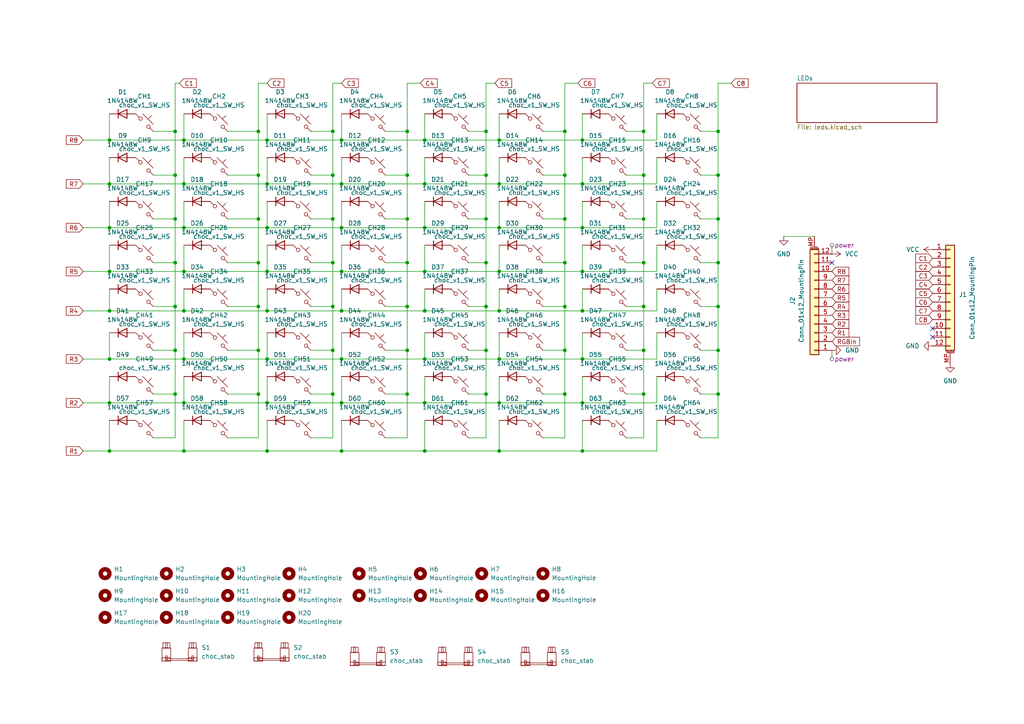
<source format=kicad_sch>
(kicad_sch (version 20231120) (generator "eeschema") (generator_version "8.0")
  (paper "A4")
  (junction (at 77.47 116.84))
  (junction (at 99.06 53.34))
  (junction (at 74.93 63.5))
  (junction (at 140.97 101.6))
  (junction (at 50.8 101.6))
  (junction (at 50.8 88.9))
  (junction (at 123.19 130.81))
  (junction (at 168.91 53.34))
  (junction (at 31.75 53.34))
  (junction (at 168.91 90.17))
  (junction (at 74.93 76.2))
  (junction (at 208.28 101.6))
  (junction (at 208.28 76.2))
  (junction (at 96.52 114.3))
  (junction (at 163.83 38.1))
  (junction (at 118.11 63.5))
  (junction (at 163.83 88.9))
  (junction (at 77.47 130.81))
  (junction (at 163.83 114.3))
  (junction (at 31.75 116.84))
  (junction (at 123.19 116.84))
  (junction (at 186.69 38.1))
  (junction (at 144.78 104.14))
  (junction (at 99.06 130.81))
  (junction (at 118.11 101.6))
  (junction (at 168.91 78.74))
  (junction (at 77.47 66.04))
  (junction (at 123.19 40.64))
  (junction (at 99.06 40.64))
  (junction (at 31.75 66.04))
  (junction (at 163.83 63.5))
  (junction (at 53.34 66.04))
  (junction (at 118.11 50.8))
  (junction (at 123.19 104.14))
  (junction (at 31.75 130.81))
  (junction (at 99.06 104.14))
  (junction (at 123.19 66.04))
  (junction (at 163.83 76.2))
  (junction (at 31.75 90.17))
  (junction (at 140.97 50.8))
  (junction (at 144.78 53.34))
  (junction (at 208.28 63.5))
  (junction (at 118.11 38.1))
  (junction (at 53.34 90.17))
  (junction (at 96.52 76.2))
  (junction (at 123.19 78.74))
  (junction (at 53.34 40.64))
  (junction (at 96.52 50.8))
  (junction (at 77.47 104.14))
  (junction (at 50.8 114.3))
  (junction (at 140.97 88.9))
  (junction (at 144.78 116.84))
  (junction (at 99.06 116.84))
  (junction (at 99.06 66.04))
  (junction (at 96.52 101.6))
  (junction (at 74.93 101.6))
  (junction (at 208.28 88.9))
  (junction (at 50.8 76.2))
  (junction (at 144.78 78.74))
  (junction (at 77.47 40.64))
  (junction (at 140.97 76.2))
  (junction (at 168.91 104.14))
  (junction (at 96.52 88.9))
  (junction (at 53.34 130.81))
  (junction (at 96.52 38.1))
  (junction (at 168.91 40.64))
  (junction (at 186.69 76.2))
  (junction (at 53.34 78.74))
  (junction (at 77.47 78.74))
  (junction (at 186.69 88.9))
  (junction (at 144.78 90.17))
  (junction (at 163.83 101.6))
  (junction (at 163.83 50.8))
  (junction (at 50.8 63.5))
  (junction (at 118.11 88.9))
  (junction (at 99.06 78.74))
  (junction (at 144.78 130.81))
  (junction (at 74.93 114.3))
  (junction (at 50.8 38.1))
  (junction (at 50.8 50.8))
  (junction (at 186.69 63.5))
  (junction (at 123.19 90.17))
  (junction (at 140.97 38.1))
  (junction (at 77.47 53.34))
  (junction (at 53.34 104.14))
  (junction (at 31.75 40.64))
  (junction (at 208.28 50.8))
  (junction (at 144.78 66.04))
  (junction (at 208.28 38.1))
  (junction (at 140.97 63.5))
  (junction (at 74.93 50.8))
  (junction (at 168.91 116.84))
  (junction (at 118.11 114.3))
  (junction (at 186.69 114.3))
  (junction (at 74.93 38.1))
  (junction (at 53.34 116.84))
  (junction (at 168.91 66.04))
  (junction (at 140.97 114.3))
  (junction (at 96.52 63.5))
  (junction (at 31.75 78.74))
  (junction (at 123.19 53.34))
  (junction (at 186.69 101.6))
  (junction (at 53.34 53.34))
  (junction (at 144.78 40.64))
  (junction (at 186.69 50.8))
  (junction (at 74.93 88.9))
  (junction (at 208.28 114.3))
  (junction (at 99.06 90.17))
  (junction (at 77.47 90.17))
  (junction (at 31.75 104.14))
  (junction (at 168.91 130.81))
  (junction (at 118.11 76.2))
  (no_connect (at 270.51 95.25))
  (no_connect (at 270.51 97.79))
  (no_connect (at 241.3 76.2))
  (wire (pts (xy 96.52 114.3) (xy 96.52 127)))
  (wire (pts (xy 99.06 53.34) (xy 123.19 53.34)))
  (wire (pts (xy 53.34 96.52) (xy 53.34 104.14)))
  (wire (pts (xy 31.75 121.92) (xy 31.75 130.81)))
  (wire (pts (xy 140.97 76.2) (xy 140.97 88.9)))
  (wire (pts (xy 44.45 76.2) (xy 50.8 76.2)))
  (wire (pts (xy 24.13 78.74) (xy 31.75 78.74)))
  (wire (pts (xy 24.13 104.14) (xy 31.75 104.14)))
  (wire (pts (xy 118.11 24.13) (xy 118.11 38.1)))
  (wire (pts (xy 118.11 101.6) (xy 118.11 114.3)))
  (wire (pts (xy 135.89 101.6) (xy 140.97 101.6)))
  (wire (pts (xy 99.06 96.52) (xy 99.06 104.14)))
  (wire (pts (xy 144.78 104.14) (xy 168.91 104.14)))
  (wire (pts (xy 168.91 83.82) (xy 168.91 90.17)))
  (wire (pts (xy 99.06 121.92) (xy 99.06 130.81)))
  (wire (pts (xy 74.93 88.9) (xy 74.93 101.6)))
  (wire (pts (xy 53.34 66.04) (xy 31.75 66.04)))
  (wire (pts (xy 74.93 127) (xy 66.04 127)))
  (wire (pts (xy 123.19 116.84) (xy 99.06 116.84)))
  (wire (pts (xy 66.04 114.3) (xy 74.93 114.3)))
  (wire (pts (xy 135.89 63.5) (xy 140.97 63.5)))
  (wire (pts (xy 99.06 40.64) (xy 123.19 40.64)))
  (wire (pts (xy 74.93 50.8) (xy 74.93 63.5)))
  (wire (pts (xy 144.78 53.34) (xy 168.91 53.34)))
  (wire (pts (xy 53.34 109.22) (xy 53.34 116.84)))
  (wire (pts (xy 203.2 114.3) (xy 208.28 114.3)))
  (wire (pts (xy 163.83 101.6) (xy 163.83 114.3)))
  (wire (pts (xy 190.5 78.74) (xy 190.5 71.12)))
  (wire (pts (xy 163.83 38.1) (xy 163.83 50.8)))
  (wire (pts (xy 50.8 76.2) (xy 50.8 88.9)))
  (wire (pts (xy 181.61 101.6) (xy 186.69 101.6)))
  (wire (pts (xy 31.75 71.12) (xy 31.75 78.74)))
  (wire (pts (xy 77.47 24.13) (xy 74.93 24.13)))
  (wire (pts (xy 99.06 83.82) (xy 99.06 90.17)))
  (wire (pts (xy 96.52 127) (xy 90.17 127)))
  (wire (pts (xy 208.28 63.5) (xy 208.28 50.8)))
  (wire (pts (xy 53.34 40.64) (xy 77.47 40.64)))
  (wire (pts (xy 203.2 38.1) (xy 208.28 38.1)))
  (wire (pts (xy 135.89 76.2) (xy 140.97 76.2)))
  (wire (pts (xy 190.5 33.02) (xy 190.5 40.64)))
  (wire (pts (xy 135.89 50.8) (xy 140.97 50.8)))
  (wire (pts (xy 168.91 78.74) (xy 190.5 78.74)))
  (wire (pts (xy 96.52 101.6) (xy 96.52 114.3)))
  (wire (pts (xy 118.11 127) (xy 111.76 127)))
  (wire (pts (xy 96.52 24.13) (xy 96.52 38.1)))
  (wire (pts (xy 31.75 130.81) (xy 53.34 130.81)))
  (wire (pts (xy 208.28 127) (xy 208.28 114.3)))
  (wire (pts (xy 144.78 40.64) (xy 168.91 40.64)))
  (wire (pts (xy 77.47 71.12) (xy 77.47 78.74)))
  (wire (pts (xy 208.28 50.8) (xy 208.28 38.1)))
  (wire (pts (xy 144.78 96.52) (xy 144.78 104.14)))
  (wire (pts (xy 50.8 88.9) (xy 50.8 101.6)))
  (wire (pts (xy 50.8 114.3) (xy 50.8 127)))
  (wire (pts (xy 163.83 127) (xy 157.48 127)))
  (wire (pts (xy 77.47 33.02) (xy 77.47 40.64)))
  (wire (pts (xy 168.91 109.22) (xy 168.91 116.84)))
  (wire (pts (xy 144.78 130.81) (xy 168.91 130.81)))
  (wire (pts (xy 203.2 76.2) (xy 208.28 76.2)))
  (wire (pts (xy 31.75 83.82) (xy 31.75 90.17)))
  (wire (pts (xy 111.76 101.6) (xy 118.11 101.6)))
  (wire (pts (xy 140.97 38.1) (xy 140.97 50.8)))
  (wire (pts (xy 190.5 66.04) (xy 168.91 66.04)))
  (wire (pts (xy 157.48 114.3) (xy 163.83 114.3)))
  (wire (pts (xy 157.48 101.6) (xy 163.83 101.6)))
  (wire (pts (xy 144.78 33.02) (xy 144.78 40.64)))
  (wire (pts (xy 144.78 45.72) (xy 144.78 53.34)))
  (wire (pts (xy 99.06 24.13) (xy 96.52 24.13)))
  (wire (pts (xy 53.34 116.84) (xy 31.75 116.84)))
  (wire (pts (xy 168.91 71.12) (xy 168.91 78.74)))
  (wire (pts (xy 77.47 104.14) (xy 99.06 104.14)))
  (wire (pts (xy 31.75 96.52) (xy 31.75 104.14)))
  (wire (pts (xy 123.19 33.02) (xy 123.19 40.64)))
  (wire (pts (xy 163.83 114.3) (xy 163.83 127)))
  (wire (pts (xy 208.28 24.13) (xy 212.09 24.13)))
  (wire (pts (xy 53.34 45.72) (xy 53.34 53.34)))
  (wire (pts (xy 118.11 38.1) (xy 118.11 50.8)))
  (wire (pts (xy 74.93 101.6) (xy 74.93 114.3)))
  (wire (pts (xy 53.34 78.74) (xy 77.47 78.74)))
  (wire (pts (xy 190.5 58.42) (xy 190.5 66.04)))
  (wire (pts (xy 31.75 116.84) (xy 24.13 116.84)))
  (wire (pts (xy 189.23 24.13) (xy 186.69 24.13)))
  (wire (pts (xy 140.97 101.6) (xy 140.97 114.3)))
  (wire (pts (xy 208.28 101.6) (xy 208.28 88.9)))
  (wire (pts (xy 190.5 130.81) (xy 190.5 121.92)))
  (wire (pts (xy 31.75 53.34) (xy 53.34 53.34)))
  (wire (pts (xy 186.69 76.2) (xy 186.69 88.9)))
  (wire (pts (xy 203.2 50.8) (xy 208.28 50.8)))
  (wire (pts (xy 144.78 78.74) (xy 168.91 78.74)))
  (wire (pts (xy 181.61 63.5) (xy 186.69 63.5)))
  (wire (pts (xy 168.91 45.72) (xy 168.91 53.34)))
  (wire (pts (xy 144.78 90.17) (xy 123.19 90.17)))
  (wire (pts (xy 143.51 24.13) (xy 140.97 24.13)))
  (wire (pts (xy 53.34 33.02) (xy 53.34 40.64)))
  (wire (pts (xy 24.13 53.34) (xy 31.75 53.34)))
  (wire (pts (xy 140.97 88.9) (xy 140.97 101.6)))
  (wire (pts (xy 186.69 50.8) (xy 186.69 63.5)))
  (wire (pts (xy 144.78 83.82) (xy 144.78 90.17)))
  (wire (pts (xy 24.13 40.64) (xy 31.75 40.64)))
  (wire (pts (xy 163.83 76.2) (xy 163.83 88.9)))
  (wire (pts (xy 186.69 127) (xy 181.61 127)))
  (wire (pts (xy 96.52 50.8) (xy 96.52 63.5)))
  (wire (pts (xy 157.48 63.5) (xy 163.83 63.5)))
  (wire (pts (xy 181.61 114.3) (xy 186.69 114.3)))
  (wire (pts (xy 50.8 38.1) (xy 50.8 50.8)))
  (wire (pts (xy 123.19 121.92) (xy 123.19 130.81)))
  (wire (pts (xy 31.75 40.64) (xy 53.34 40.64)))
  (wire (pts (xy 31.75 109.22) (xy 31.75 116.84)))
  (wire (pts (xy 111.76 114.3) (xy 118.11 114.3)))
  (wire (pts (xy 111.76 76.2) (xy 118.11 76.2)))
  (wire (pts (xy 181.61 38.1) (xy 186.69 38.1)))
  (wire (pts (xy 77.47 116.84) (xy 53.34 116.84)))
  (wire (pts (xy 118.11 76.2) (xy 118.11 88.9)))
  (wire (pts (xy 77.47 109.22) (xy 77.47 116.84)))
  (wire (pts (xy 77.47 83.82) (xy 77.47 90.17)))
  (wire (pts (xy 53.34 58.42) (xy 53.34 66.04)))
  (wire (pts (xy 123.19 130.81) (xy 144.78 130.81)))
  (wire (pts (xy 99.06 45.72) (xy 99.06 53.34)))
  (wire (pts (xy 168.91 116.84) (xy 144.78 116.84)))
  (wire (pts (xy 181.61 88.9) (xy 186.69 88.9)))
  (wire (pts (xy 74.93 38.1) (xy 74.93 50.8)))
  (wire (pts (xy 77.47 96.52) (xy 77.47 104.14)))
  (wire (pts (xy 157.48 76.2) (xy 163.83 76.2)))
  (wire (pts (xy 111.76 38.1) (xy 118.11 38.1)))
  (wire (pts (xy 123.19 53.34) (xy 144.78 53.34)))
  (wire (pts (xy 123.19 71.12) (xy 123.19 78.74)))
  (wire (pts (xy 203.2 88.9) (xy 208.28 88.9)))
  (wire (pts (xy 203.2 63.5) (xy 208.28 63.5)))
  (wire (pts (xy 66.04 50.8) (xy 74.93 50.8)))
  (wire (pts (xy 186.69 101.6) (xy 186.69 114.3)))
  (wire (pts (xy 99.06 109.22) (xy 99.06 116.84)))
  (wire (pts (xy 77.47 78.74) (xy 99.06 78.74)))
  (wire (pts (xy 190.5 53.34) (xy 190.5 45.72)))
  (wire (pts (xy 66.04 63.5) (xy 74.93 63.5)))
  (wire (pts (xy 31.75 78.74) (xy 53.34 78.74)))
  (wire (pts (xy 74.93 114.3) (xy 74.93 127)))
  (wire (pts (xy 50.8 24.13) (xy 50.8 38.1)))
  (wire (pts (xy 111.76 63.5) (xy 118.11 63.5)))
  (wire (pts (xy 144.78 71.12) (xy 144.78 78.74)))
  (wire (pts (xy 157.48 88.9) (xy 163.83 88.9)))
  (wire (pts (xy 181.61 50.8) (xy 186.69 50.8)))
  (wire (pts (xy 44.45 38.1) (xy 50.8 38.1)))
  (wire (pts (xy 53.34 104.14) (xy 77.47 104.14)))
  (wire (pts (xy 203.2 101.6) (xy 208.28 101.6)))
  (wire (pts (xy 53.34 90.17) (xy 31.75 90.17)))
  (wire (pts (xy 111.76 88.9) (xy 118.11 88.9)))
  (wire (pts (xy 77.47 130.81) (xy 99.06 130.81)))
  (wire (pts (xy 90.17 101.6) (xy 96.52 101.6)))
  (wire (pts (xy 190.5 109.22) (xy 190.5 116.84)))
  (wire (pts (xy 77.47 58.42) (xy 77.47 66.04)))
  (wire (pts (xy 53.34 130.81) (xy 77.47 130.81)))
  (wire (pts (xy 118.11 88.9) (xy 118.11 101.6)))
  (wire (pts (xy 99.06 130.81) (xy 123.19 130.81)))
  (wire (pts (xy 123.19 109.22) (xy 123.19 116.84)))
  (wire (pts (xy 168.91 96.52) (xy 168.91 104.14)))
  (wire (pts (xy 77.47 90.17) (xy 53.34 90.17)))
  (wire (pts (xy 140.97 63.5) (xy 140.97 76.2)))
  (wire (pts (xy 44.45 101.6) (xy 50.8 101.6)))
  (wire (pts (xy 99.06 58.42) (xy 99.06 66.04)))
  (wire (pts (xy 50.8 50.8) (xy 50.8 63.5)))
  (wire (pts (xy 168.91 58.42) (xy 168.91 66.04)))
  (wire (pts (xy 123.19 66.04) (xy 99.06 66.04)))
  (wire (pts (xy 31.75 33.02) (xy 31.75 40.64)))
  (wire (pts (xy 208.28 38.1) (xy 208.28 24.13)))
  (wire (pts (xy 144.78 109.22) (xy 144.78 116.84)))
  (wire (pts (xy 135.89 114.3) (xy 140.97 114.3)))
  (wire (pts (xy 31.75 66.04) (xy 24.13 66.04)))
  (wire (pts (xy 163.83 63.5) (xy 163.83 76.2)))
  (wire (pts (xy 163.83 24.13) (xy 163.83 38.1)))
  (wire (pts (xy 227.33 68.58) (xy 236.22 68.58)))
  (wire (pts (xy 123.19 104.14) (xy 144.78 104.14)))
  (wire (pts (xy 123.19 90.17) (xy 99.06 90.17)))
  (wire (pts (xy 77.47 121.92) (xy 77.47 130.81)))
  (wire (pts (xy 66.04 101.6) (xy 74.93 101.6)))
  (wire (pts (xy 168.91 104.14) (xy 190.5 104.14)))
  (wire (pts (xy 157.48 50.8) (xy 163.83 50.8)))
  (wire (pts (xy 118.11 63.5) (xy 118.11 76.2)))
  (wire (pts (xy 74.93 24.13) (xy 74.93 38.1)))
  (wire (pts (xy 168.91 90.17) (xy 144.78 90.17)))
  (wire (pts (xy 53.34 53.34) (xy 77.47 53.34)))
  (wire (pts (xy 90.17 63.5) (xy 96.52 63.5)))
  (wire (pts (xy 190.5 90.17) (xy 168.91 90.17)))
  (wire (pts (xy 208.28 114.3) (xy 208.28 101.6)))
  (wire (pts (xy 123.19 96.52) (xy 123.19 104.14)))
  (wire (pts (xy 53.34 121.92) (xy 53.34 130.81)))
  (wire (pts (xy 123.19 78.74) (xy 144.78 78.74)))
  (wire (pts (xy 99.06 116.84) (xy 77.47 116.84)))
  (wire (pts (xy 203.2 127) (xy 208.28 127)))
  (wire (pts (xy 140.97 24.13) (xy 140.97 38.1)))
  (wire (pts (xy 186.69 63.5) (xy 186.69 76.2)))
  (wire (pts (xy 99.06 90.17) (xy 77.47 90.17)))
  (wire (pts (xy 52.07 24.13) (xy 50.8 24.13)))
  (wire (pts (xy 121.92 24.13) (xy 118.11 24.13)))
  (wire (pts (xy 31.75 58.42) (xy 31.75 66.04)))
  (wire (pts (xy 44.45 114.3) (xy 50.8 114.3)))
  (wire (pts (xy 140.97 127) (xy 135.89 127)))
  (wire (pts (xy 31.75 45.72) (xy 31.75 53.34)))
  (wire (pts (xy 144.78 116.84) (xy 123.19 116.84)))
  (wire (pts (xy 74.93 63.5) (xy 74.93 76.2)))
  (wire (pts (xy 77.47 53.34) (xy 99.06 53.34)))
  (wire (pts (xy 77.47 66.04) (xy 53.34 66.04)))
  (wire (pts (xy 144.78 66.04) (xy 123.19 66.04)))
  (wire (pts (xy 135.89 38.1) (xy 140.97 38.1)))
  (wire (pts (xy 123.19 58.42) (xy 123.19 66.04)))
  (wire (pts (xy 44.45 63.5) (xy 50.8 63.5)))
  (wire (pts (xy 190.5 83.82) (xy 190.5 90.17)))
  (wire (pts (xy 96.52 76.2) (xy 96.52 88.9)))
  (wire (pts (xy 99.06 78.74) (xy 123.19 78.74)))
  (wire (pts (xy 163.83 88.9) (xy 163.83 101.6)))
  (wire (pts (xy 118.11 114.3) (xy 118.11 127)))
  (wire (pts (xy 123.19 83.82) (xy 123.19 90.17)))
  (wire (pts (xy 118.11 50.8) (xy 118.11 63.5)))
  (wire (pts (xy 167.64 24.13) (xy 163.83 24.13)))
  (wire (pts (xy 90.17 88.9) (xy 96.52 88.9)))
  (wire (pts (xy 181.61 76.2) (xy 186.69 76.2)))
  (wire (pts (xy 111.76 50.8) (xy 118.11 50.8)))
  (wire (pts (xy 208.28 76.2) (xy 208.28 63.5)))
  (wire (pts (xy 66.04 38.1) (xy 74.93 38.1)))
  (wire (pts (xy 140.97 50.8) (xy 140.97 63.5)))
  (wire (pts (xy 96.52 38.1) (xy 96.52 50.8)))
  (wire (pts (xy 24.13 130.81) (xy 31.75 130.81)))
  (wire (pts (xy 50.8 101.6) (xy 50.8 114.3)))
  (wire (pts (xy 168.91 66.04) (xy 144.78 66.04)))
  (wire (pts (xy 90.17 114.3) (xy 96.52 114.3)))
  (wire (pts (xy 99.06 33.02) (xy 99.06 40.64)))
  (wire (pts (xy 168.91 40.64) (xy 190.5 40.64)))
  (wire (pts (xy 90.17 38.1) (xy 96.52 38.1)))
  (wire (pts (xy 186.69 24.13) (xy 186.69 38.1)))
  (wire (pts (xy 99.06 104.14) (xy 123.19 104.14)))
  (wire (pts (xy 163.83 50.8) (xy 163.83 63.5)))
  (wire (pts (xy 168.91 33.02) (xy 168.91 40.64)))
  (wire (pts (xy 77.47 45.72) (xy 77.47 53.34)))
  (wire (pts (xy 186.69 38.1) (xy 186.69 50.8)))
  (wire (pts (xy 66.04 76.2) (xy 74.93 76.2)))
  (wire (pts (xy 168.91 130.81) (xy 190.5 130.81)))
  (wire (pts (xy 66.04 88.9) (xy 74.93 88.9)))
  (wire (pts (xy 53.34 71.12) (xy 53.34 78.74)))
  (wire (pts (xy 99.06 71.12) (xy 99.06 78.74)))
  (wire (pts (xy 168.91 53.34) (xy 190.5 53.34)))
  (wire (pts (xy 77.47 40.64) (xy 99.06 40.64)))
  (wire (pts (xy 90.17 76.2) (xy 96.52 76.2)))
  (wire (pts (xy 96.52 88.9) (xy 96.52 101.6)))
  (wire (pts (xy 123.19 45.72) (xy 123.19 53.34)))
  (wire (pts (xy 44.45 50.8) (xy 50.8 50.8)))
  (wire (pts (xy 168.91 121.92) (xy 168.91 130.81)))
  (wire (pts (xy 31.75 104.14) (xy 53.34 104.14)))
  (wire (pts (xy 44.45 88.9) (xy 50.8 88.9)))
  (wire (pts (xy 157.48 38.1) (xy 163.83 38.1)))
  (wire (pts (xy 208.28 88.9) (xy 208.28 76.2)))
  (wire (pts (xy 144.78 121.92) (xy 144.78 130.81)))
  (wire (pts (xy 190.5 116.84) (xy 168.91 116.84)))
  (wire (pts (xy 53.34 83.82) (xy 53.34 90.17)))
  (wire (pts (xy 140.97 114.3) (xy 140.97 127)))
  (wire (pts (xy 123.19 40.64) (xy 144.78 40.64)))
  (wire (pts (xy 31.75 90.17) (xy 24.13 90.17)))
  (wire (pts (xy 135.89 88.9) (xy 140.97 88.9)))
  (wire (pts (xy 190.5 104.14) (xy 190.5 96.52)))
  (wire (pts (xy 50.8 63.5) (xy 50.8 76.2)))
  (wire (pts (xy 99.06 66.04) (xy 77.47 66.04)))
  (wire (pts (xy 186.69 114.3) (xy 186.69 127)))
  (wire (pts (xy 96.52 63.5) (xy 96.52 76.2)))
  (wire (pts (xy 50.8 127) (xy 44.45 127)))
  (wire (pts (xy 90.17 50.8) (xy 96.52 50.8)))
  (wire (pts (xy 144.78 58.42) (xy 144.78 66.04)))
  (wire (pts (xy 74.93 76.2) (xy 74.93 88.9)))
  (wire (pts (xy 186.69 88.9) (xy 186.69 101.6)))
  (global_label "R5" (shape input) (at 241.3 86.36 0) (property "Intersheetrefs" "${INTERSHEET_REFS}" (effects (hide yes))))
  (global_label "C6" (shape input) (at 167.64 24.13 0) (property "Intersheetrefs" "${INTERSHEET_REFS}" (effects (hide yes))))
  (global_label "C5" (shape input) (at 143.51 24.13 0) (property "Intersheetrefs" "${INTERSHEET_REFS}" (effects (hide yes))))
  (global_label "RGBIn" (shape input) (at 241.3 99.06 0) (property "Intersheetrefs" "${INTERSHEET_REFS}" (effects (hide yes))))
  (global_label "C1" (shape input) (at 270.51 74.93 180) (property "Intersheetrefs" "${INTERSHEET_REFS}" (effects (hide yes))))
  (global_label "R6" (shape input) (at 24.13 66.04 180) (property "Intersheetrefs" "${INTERSHEET_REFS}" (effects (hide yes))))
  (global_label "C8" (shape input) (at 212.09 24.13 0) (property "Intersheetrefs" "${INTERSHEET_REFS}" (effects (hide yes))))
  (global_label "C7" (shape input) (at 189.23 24.13 0) (property "Intersheetrefs" "${INTERSHEET_REFS}" (effects (hide yes))))
  (global_label "C5" (shape input) (at 270.51 85.09 180) (property "Intersheetrefs" "${INTERSHEET_REFS}" (effects (hide yes))))
  (global_label "R7" (shape input) (at 24.13 53.34 180) (property "Intersheetrefs" "${INTERSHEET_REFS}" (effects (hide yes))))
  (global_label "R1" (shape input) (at 24.13 130.81 180) (property "Intersheetrefs" "${INTERSHEET_REFS}" (effects (hide yes))))
  (global_label "R5" (shape input) (at 24.13 78.74 180) (property "Intersheetrefs" "${INTERSHEET_REFS}" (effects (hide yes))))
  (global_label "R3" (shape input) (at 241.3 91.44 0) (property "Intersheetrefs" "${INTERSHEET_REFS}" (effects (hide yes))))
  (global_label "R4" (shape input) (at 24.13 90.17 180) (property "Intersheetrefs" "${INTERSHEET_REFS}" (effects (hide yes))))
  (global_label "R8" (shape input) (at 241.3 78.74 0) (property "Intersheetrefs" "${INTERSHEET_REFS}" (effects (hide yes))))
  (global_label "C1" (shape input) (at 52.07 24.13 0) (property "Intersheetrefs" "${INTERSHEET_REFS}" (effects (hide yes))))
  (global_label "C3" (shape input) (at 270.51 80.01 180) (property "Intersheetrefs" "${INTERSHEET_REFS}" (effects (hide yes))))
  (global_label "R1" (shape input) (at 241.3 96.52 0) (property "Intersheetrefs" "${INTERSHEET_REFS}" (effects (hide yes))))
  (global_label "C4" (shape input) (at 270.51 82.55 180) (property "Intersheetrefs" "${INTERSHEET_REFS}" (effects (hide yes))))
  (global_label "R2" (shape input) (at 241.3 93.98 0) (property "Intersheetrefs" "${INTERSHEET_REFS}" (effects (hide yes))))
  (global_label "R4" (shape input) (at 241.3 88.9 0) (property "Intersheetrefs" "${INTERSHEET_REFS}" (effects (hide yes))))
  (global_label "C6" (shape input) (at 270.51 87.63 180) (property "Intersheetrefs" "${INTERSHEET_REFS}" (effects (hide yes))))
  (global_label "C4" (shape input) (at 121.92 24.13 0) (property "Intersheetrefs" "${INTERSHEET_REFS}" (effects (hide yes))))
  (global_label "C2" (shape input) (at 77.47 24.13 0) (property "Intersheetrefs" "${INTERSHEET_REFS}" (effects (hide yes))))
  (global_label "R3" (shape input) (at 24.13 104.14 180) (property "Intersheetrefs" "${INTERSHEET_REFS}" (effects (hide yes))))
  (global_label "C3" (shape input) (at 99.06 24.13 0) (property "Intersheetrefs" "${INTERSHEET_REFS}" (effects (hide yes))))
  (global_label "R8" (shape input) (at 24.13 40.64 180) (property "Intersheetrefs" "${INTERSHEET_REFS}" (effects (hide yes))))
  (global_label "R7" (shape input) (at 241.3 81.28 0) (property "Intersheetrefs" "${INTERSHEET_REFS}" (effects (hide yes))))
  (global_label "C2" (shape input) (at 270.51 77.47 180) (property "Intersheetrefs" "${INTERSHEET_REFS}" (effects (hide yes))))
  (global_label "C7" (shape input) (at 270.51 90.17 180) (property "Intersheetrefs" "${INTERSHEET_REFS}" (effects (hide yes))))
  (global_label "C8" (shape input) (at 270.51 92.71 180) (property "Intersheetrefs" "${INTERSHEET_REFS}" (effects (hide yes))))
  (global_label "R6" (shape input) (at 241.3 83.82 0) (property "Intersheetrefs" "${INTERSHEET_REFS}" (effects (hide yes))))
  (global_label "R2" (shape input) (at 24.13 116.84 180) (property "Intersheetrefs" "${INTERSHEET_REFS}" (effects (hide yes))))
  (netclass_flag "" (length 2.54) (shape round) (at 241.3 101.6 180) (property "Netclass" "power" (at 241.9985 104.14 0) (effects (font (italic yes)) (justify left))))
  (netclass_flag "" (length 2.54) (shape round) (at 241.3 73.66 0) (property "Netclass" "power" (at 241.9985 71.12 0) (effects (font (italic yes)) (justify left))))
  (symbol (lib_id "Diode:1N4148W") (at 194.31 58.42 0) (unit 1)
    (property "Reference" "D24" (at 194.31 52.07 0))
    (property "Value" "1N4148W" (at 194.31 54.61 0))
    (property "Footprint" "Diode_SMD:D_SOD-123" (effects (hide yes)))
    (property "Datasheet" "https://www.vishay.com/docs/85748/1n4148w.pdf" (effects (hide yes)))
    (property "Description" "75V 0.15A Fast Switching Diode, SOD-123" (effects (hide yes)))
    (property "Sim.Device" "D" (effects (hide yes)))
    (property "Sim.Pins" "1=K 2=A" (effects (hide yes)))
  )
  (symbol (lib_id "Diode:1N4148W") (at 81.28 58.42 0) (unit 1)
    (property "Reference" "D19" (at 81.28 52.07 0))
    (property "Value" "1N4148W" (at 81.28 54.61 0))
    (property "Footprint" "Diode_SMD:D_SOD-123" (effects (hide yes)))
    (property "Datasheet" "https://www.vishay.com/docs/85748/1n4148w.pdf" (effects (hide yes)))
    (property "Description" "75V 0.15A Fast Switching Diode, SOD-123" (effects (hide yes)))
    (property "Sim.Device" "D" (effects (hide yes)))
    (property "Sim.Pins" "1=K 2=A" (effects (hide yes)))
  )
  (symbol (lib_id "marbastlib-choc:choc_v1_SW_HS_CPG135001S30") (at 154.94 86.36 0) (unit 1)
    (property "Reference" "CH38" (at 154.94 78.74 0))
    (property "Value" "choc_v1_SW_HS" (at 154.94 81.28 0))
    (property "Footprint" "PCM_marbastlib-choc:SW_choc_v1_HS_CPG135001S30_1u" (effects (hide yes)))
    (property "Description" "Push button switch, normally open, two pins, 45° tilted" (effects (hide yes)))
  )
  (symbol (lib_id "PCM_marbastlib-choc:choc_stab") (at 78.74 189.23 0) (unit 1)
    (property "Reference" "S2" (at 85.09 187.8329 0) (effects (justify left)))
    (property "Value" "choc_stab" (at 85.09 190.3729 0) (effects (justify left)))
    (property "Footprint" "PCM_marbastlib-xp-choc:STAB_choc_2u" (effects (hide yes)))
    (property "Description" "Kailh Choc-style stabilizer" (effects (hide yes)))
  )
  (symbol (lib_id "Mechanical:MountingHole") (at 30.48 179.07 0) (unit 1) (exclude_from_sim yes) (in_bom no)
    (property "Reference" "H17" (at 33.02 177.7999 0) (effects (justify left)))
    (property "Value" "MountingHole" (at 33.02 180.3399 0) (effects (justify left)))
    (property "Footprint" "MountingHole:MountingHole_2.2mm_M2_ISO14580" (effects (hide yes)))
    (property "Description" "Mounting Hole without connection" (effects (hide yes)))
  )
  (symbol (lib_id "Diode:1N4148W") (at 57.15 96.52 0) (unit 1)
    (property "Reference" "D42" (at 57.15 90.17 0))
    (property "Value" "1N4148W" (at 57.15 92.71 0))
    (property "Footprint" "Diode_SMD:D_SOD-123" (effects (hide yes)))
    (property "Datasheet" "https://www.vishay.com/docs/85748/1n4148w.pdf" (effects (hide yes)))
    (property "Description" "75V 0.15A Fast Switching Diode, SOD-123" (effects (hide yes)))
    (property "Sim.Device" "D" (effects (hide yes)))
    (property "Sim.Pins" "1=K 2=A" (effects (hide yes)))
  )
  (symbol (lib_id "Diode:1N4148W") (at 102.87 45.72 0) (unit 1)
    (property "Reference" "D12" (at 102.87 39.37 0))
    (property "Value" "1N4148W" (at 102.87 41.91 0))
    (property "Footprint" "Diode_SMD:D_SOD-123" (effects (hide yes)))
    (property "Datasheet" "https://www.vishay.com/docs/85748/1n4148w.pdf" (effects (hide yes)))
    (property "Description" "75V 0.15A Fast Switching Diode, SOD-123" (effects (hide yes)))
    (property "Sim.Device" "D" (effects (hide yes)))
    (property "Sim.Pins" "1=K 2=A" (effects (hide yes)))
  )
  (symbol (lib_id "marbastlib-choc:choc_v1_SW_HS_CPG135001S30") (at 109.22 86.36 0) (unit 1)
    (property "Reference" "CH36" (at 109.22 78.74 0))
    (property "Value" "choc_v1_SW_HS" (at 109.22 81.28 0))
    (property "Footprint" "PCM_marbastlib-choc:SW_choc_v1_HS_CPG135001S30_1u" (effects (hide yes)))
    (property "Description" "Push button switch, normally open, two pins, 45° tilted" (effects (hide yes)))
  )
  (symbol (lib_id "Diode:1N4148W") (at 172.72 45.72 0) (unit 1)
    (property "Reference" "D15" (at 172.72 39.37 0))
    (property "Value" "1N4148W" (at 172.72 41.91 0))
    (property "Footprint" "Diode_SMD:D_SOD-123" (effects (hide yes)))
    (property "Datasheet" "https://www.vishay.com/docs/85748/1n4148w.pdf" (effects (hide yes)))
    (property "Description" "75V 0.15A Fast Switching Diode, SOD-123" (effects (hide yes)))
    (property "Sim.Device" "D" (effects (hide yes)))
    (property "Sim.Pins" "1=K 2=A" (effects (hide yes)))
  )
  (symbol (lib_id "Diode:1N4148W") (at 172.72 109.22 0) (unit 1)
    (property "Reference" "D55" (at 172.72 102.87 0))
    (property "Value" "1N4148W" (at 172.72 105.41 0))
    (property "Footprint" "Diode_SMD:D_SOD-123" (effects (hide yes)))
    (property "Datasheet" "https://www.vishay.com/docs/85748/1n4148w.pdf" (effects (hide yes)))
    (property "Description" "75V 0.15A Fast Switching Diode, SOD-123" (effects (hide yes)))
    (property "Sim.Device" "D" (effects (hide yes)))
    (property "Sim.Pins" "1=K 2=A" (effects (hide yes)))
  )
  (symbol (lib_id "marbastlib-choc:choc_v1_SW_HS_CPG135001S30") (at 179.07 73.66 0) (unit 1)
    (property "Reference" "CH31" (at 179.07 66.04 0))
    (property "Value" "choc_v1_SW_HS" (at 179.07 68.58 0))
    (property "Footprint" "PCM_marbastlib-choc:SW_choc_v1_HS_CPG135001S30_1u" (effects (hide yes)))
    (property "Description" "Push button switch, normally open, two pins, 45° tilted" (effects (hide yes)))
  )
  (symbol (lib_id "Diode:1N4148W") (at 194.31 109.22 0) (unit 1)
    (property "Reference" "D56" (at 194.31 102.87 0))
    (property "Value" "1N4148W" (at 194.31 105.41 0))
    (property "Footprint" "Diode_SMD:D_SOD-123" (effects (hide yes)))
    (property "Datasheet" "https://www.vishay.com/docs/85748/1n4148w.pdf" (effects (hide yes)))
    (property "Description" "75V 0.15A Fast Switching Diode, SOD-123" (effects (hide yes)))
    (property "Sim.Device" "D" (effects (hide yes)))
    (property "Sim.Pins" "1=K 2=A" (effects (hide yes)))
  )
  (symbol (lib_id "marbastlib-choc:choc_v1_SW_HS_CPG135001S30") (at 87.63 124.46 0) (unit 1)
    (property "Reference" "CH59" (at 87.63 116.84 0))
    (property "Value" "choc_v1_SW_HS" (at 87.63 119.38 0))
    (property "Footprint" "PCM_marbastlib-choc:SW_choc_v1_HS_CPG135001S30_1u" (effects (hide yes)))
    (property "Description" "Push button switch, normally open, two pins, 45° tilted" (effects (hide yes)))
  )
  (symbol (lib_id "marbastlib-choc:choc_v1_SW_HS_CPG135001S30") (at 41.91 124.46 0) (unit 1)
    (property "Reference" "CH57" (at 41.91 116.84 0))
    (property "Value" "choc_v1_SW_HS" (at 41.91 119.38 0))
    (property "Footprint" "PCM_marbastlib-choc:SW_choc_v1_HS_CPG135001S30_1u" (effects (hide yes)))
    (property "Description" "Push button switch, normally open, two pins, 45° tilted" (effects (hide yes)))
  )
  (symbol (lib_id "Diode:1N4148W") (at 127 83.82 0) (unit 1)
    (property "Reference" "D37" (at 127 77.47 0))
    (property "Value" "1N4148W" (at 127 80.01 0))
    (property "Footprint" "Diode_SMD:D_SOD-123" (effects (hide yes)))
    (property "Datasheet" "https://www.vishay.com/docs/85748/1n4148w.pdf" (effects (hide yes)))
    (property "Description" "75V 0.15A Fast Switching Diode, SOD-123" (effects (hide yes)))
    (property "Sim.Device" "D" (effects (hide yes)))
    (property "Sim.Pins" "1=K 2=A" (effects (hide yes)))
  )
  (symbol (lib_id "marbastlib-choc:choc_v1_SW_HS_CPG135001S30") (at 109.22 99.06 0) (unit 1)
    (property "Reference" "CH44" (at 109.22 91.44 0))
    (property "Value" "choc_v1_SW_HS" (at 109.22 93.98 0))
    (property "Footprint" "PCM_marbastlib-choc:SW_choc_v1_HS_CPG135001S30_1u" (effects (hide yes)))
    (property "Description" "Push button switch, normally open, two pins, 45° tilted" (effects (hide yes)))
  )
  (symbol (lib_id "marbastlib-choc:choc_v1_SW_HS_CPG135001S30") (at 41.91 111.76 0) (unit 1)
    (property "Reference" "CH49" (at 41.91 104.14 0))
    (property "Value" "choc_v1_SW_HS" (at 41.91 106.68 0))
    (property "Footprint" "PCM_marbastlib-choc:SW_choc_v1_HS_CPG135001S30_1u" (effects (hide yes)))
    (property "Description" "Push button switch, normally open, two pins, 45° tilted" (effects (hide yes)))
  )
  (symbol (lib_id "marbastlib-choc:choc_v1_SW_HS_CPG135001S30") (at 179.07 111.76 0) (unit 1)
    (property "Reference" "CH55" (at 179.07 104.14 0))
    (property "Value" "choc_v1_SW_HS" (at 179.07 106.68 0))
    (property "Footprint" "PCM_marbastlib-choc:SW_choc_v1_HS_CPG135001S30_1u" (effects (hide yes)))
    (property "Description" "Push button switch, normally open, two pins, 45° tilted" (effects (hide yes)))
  )
  (symbol (lib_id "Mechanical:MountingHole") (at 104.14 172.72 0) (unit 1) (exclude_from_sim yes) (in_bom no)
    (property "Reference" "H13" (at 106.68 171.4499 0) (effects (justify left)))
    (property "Value" "MountingHole" (at 106.68 173.9899 0) (effects (justify left)))
    (property "Footprint" "MountingHole:MountingHole_2.2mm_M2_ISO14580" (effects (hide yes)))
    (property "Description" "Mounting Hole without connection" (effects (hide yes)))
  )
  (symbol (lib_id "marbastlib-choc:choc_v1_SW_HS_CPG135001S30") (at 154.94 48.26 0) (unit 1)
    (property "Reference" "CH14" (at 154.94 40.64 0))
    (property "Value" "choc_v1_SW_HS" (at 154.94 43.18 0))
    (property "Footprint" "PCM_marbastlib-choc:SW_choc_v1_HS_CPG135001S30_1u" (effects (hide yes)))
    (property "Description" "Push button switch, normally open, two pins, 45° tilted" (effects (hide yes)))
  )
  (symbol (lib_id "marbastlib-choc:choc_v1_SW_HS_CPG135001S30") (at 87.63 86.36 0) (unit 1)
    (property "Reference" "CH35" (at 87.63 78.74 0))
    (property "Value" "choc_v1_SW_HS" (at 87.63 81.28 0))
    (property "Footprint" "PCM_marbastlib-choc:SW_choc_v1_HS_CPG135001S30_1u" (effects (hide yes)))
    (property "Description" "Push button switch, normally open, two pins, 45° tilted" (effects (hide yes)))
  )
  (symbol (lib_id "Diode:1N4148W") (at 194.31 96.52 0) (unit 1)
    (property "Reference" "D48" (at 194.31 90.17 0))
    (property "Value" "1N4148W" (at 194.31 92.71 0))
    (property "Footprint" "Diode_SMD:D_SOD-123" (effects (hide yes)))
    (property "Datasheet" "https://www.vishay.com/docs/85748/1n4148w.pdf" (effects (hide yes)))
    (property "Description" "75V 0.15A Fast Switching Diode, SOD-123" (effects (hide yes)))
    (property "Sim.Device" "D" (effects (hide yes)))
    (property "Sim.Pins" "1=K 2=A" (effects (hide yes)))
  )
  (symbol (lib_id "Mechanical:MountingHole") (at 139.7 166.37 0) (unit 1) (exclude_from_sim yes) (in_bom no)
    (property "Reference" "H7" (at 142.24 165.0999 0) (effects (justify left)))
    (property "Value" "MountingHole" (at 142.24 167.6399 0) (effects (justify left)))
    (property "Footprint" "MountingHole:MountingHole_2.2mm_M2_ISO14580" (effects (hide yes)))
    (property "Description" "Mounting Hole without connection" (effects (hide yes)))
  )
  (symbol (lib_id "Diode:1N4148W") (at 35.56 109.22 0) (unit 1)
    (property "Reference" "D49" (at 35.56 102.87 0))
    (property "Value" "1N4148W" (effects (hide yes)))
    (property "Footprint" "Diode_SMD:D_SOD-123" (effects (hide yes)))
    (property "Datasheet" "https://www.vishay.com/docs/85748/1n4148w.pdf" (effects (hide yes)))
    (property "Description" "75V 0.15A Fast Switching Diode, SOD-123" (effects (hide yes)))
    (property "Sim.Device" "D" (effects (hide yes)))
    (property "Sim.Pins" "1=K 2=A" (effects (hide yes)))
  )
  (symbol (lib_id "marbastlib-choc:choc_v1_SW_HS_CPG135001S30") (at 63.5 99.06 0) (unit 1)
    (property "Reference" "CH42" (at 63.5 91.44 0))
    (property "Value" "choc_v1_SW_HS" (at 63.5 93.98 0))
    (property "Footprint" "PCM_marbastlib-choc:SW_choc_v1_HS_CPG135001S30_1u" (effects (hide yes)))
    (property "Description" "Push button switch, normally open, two pins, 45° tilted" (effects (hide yes)))
  )
  (symbol (lib_id "Diode:1N4148W") (at 148.59 58.42 0) (unit 1)
    (property "Reference" "D22" (at 148.59 52.07 0))
    (property "Value" "1N4148W" (at 148.59 54.61 0))
    (property "Footprint" "Diode_SMD:D_SOD-123" (effects (hide yes)))
    (property "Datasheet" "https://www.vishay.com/docs/85748/1n4148w.pdf" (effects (hide yes)))
    (property "Description" "75V 0.15A Fast Switching Diode, SOD-123" (effects (hide yes)))
    (property "Sim.Device" "D" (effects (hide yes)))
    (property "Sim.Pins" "1=K 2=A" (effects (hide yes)))
  )
  (symbol (lib_id "marbastlib-choc:choc_v1_SW_HS_CPG135001S30") (at 63.5 111.76 0) (unit 1)
    (property "Reference" "CH50" (at 63.5 104.14 0))
    (property "Value" "choc_v1_SW_HS" (at 63.5 106.68 0))
    (property "Footprint" "PCM_marbastlib-choc:SW_choc_v1_HS_CPG135001S30_1u" (effects (hide yes)))
    (property "Description" "Push button switch, normally open, two pins, 45° tilted" (effects (hide yes)))
  )
  (symbol (lib_id "Mechanical:MountingHole") (at 66.04 166.37 0) (unit 1) (exclude_from_sim yes) (in_bom no)
    (property "Reference" "H3" (at 68.58 165.0999 0) (effects (justify left)))
    (property "Value" "MountingHole" (at 68.58 167.6399 0) (effects (justify left)))
    (property "Footprint" "MountingHole:MountingHole_2.2mm_M2_ISO14580" (effects (hide yes)))
    (property "Description" "Mounting Hole without connection" (effects (hide yes)))
  )
  (symbol (lib_id "Mechanical:MountingHole") (at 121.92 172.72 0) (unit 1) (exclude_from_sim yes) (in_bom no)
    (property "Reference" "H14" (at 124.46 171.4499 0) (effects (justify left)))
    (property "Value" "MountingHole" (at 124.46 173.9899 0) (effects (justify left)))
    (property "Footprint" "MountingHole:MountingHole_2.2mm_M2_ISO14580" (effects (hide yes)))
    (property "Description" "Mounting Hole without connection" (effects (hide yes)))
  )
  (symbol (lib_id "Diode:1N4148W") (at 81.28 71.12 0) (unit 1)
    (property "Reference" "D27" (at 81.28 64.77 0))
    (property "Value" "1N4148W" (at 81.28 67.31 0))
    (property "Footprint" "Diode_SMD:D_SOD-123" (effects (hide yes)))
    (property "Datasheet" "https://www.vishay.com/docs/85748/1n4148w.pdf" (effects (hide yes)))
    (property "Description" "75V 0.15A Fast Switching Diode, SOD-123" (effects (hide yes)))
    (property "Sim.Device" "D" (effects (hide yes)))
    (property "Sim.Pins" "1=K 2=A" (effects (hide yes)))
  )
  (symbol (lib_id "marbastlib-choc:choc_v1_SW_HS_CPG135001S30") (at 41.91 73.66 0) (unit 1)
    (property "Reference" "CH25" (at 41.91 66.04 0))
    (property "Value" "choc_v1_SW_HS" (at 41.91 68.58 0))
    (property "Footprint" "PCM_marbastlib-choc:SW_choc_v1_HS_CPG135001S30_1u" (effects (hide yes)))
    (property "Description" "Push button switch, normally open, two pins, 45° tilted" (effects (hide yes)))
  )
  (symbol (lib_id "marbastlib-choc:choc_v1_SW_HS_CPG135001S30") (at 179.07 60.96 0) (unit 1)
    (property "Reference" "CH23" (at 179.07 53.34 0))
    (property "Value" "choc_v1_SW_HS" (at 179.07 55.88 0))
    (property "Footprint" "PCM_marbastlib-choc:SW_choc_v1_HS_CPG135001S30_1u" (effects (hide yes)))
    (property "Description" "Push button switch, normally open, two pins, 45° tilted" (effects (hide yes)))
  )
  (symbol (lib_id "Mechanical:MountingHole") (at 104.14 166.37 0) (unit 1) (exclude_from_sim yes) (in_bom no)
    (property "Reference" "H5" (at 106.68 165.0999 0) (effects (justify left)))
    (property "Value" "MountingHole" (at 106.68 167.6399 0) (effects (justify left)))
    (property "Footprint" "MountingHole:MountingHole_2.2mm_M2_ISO14580" (effects (hide yes)))
    (property "Description" "Mounting Hole without connection" (effects (hide yes)))
  )
  (symbol (lib_id "Diode:1N4148W") (at 102.87 96.52 0) (unit 1)
    (property "Reference" "D44" (at 102.87 90.17 0))
    (property "Value" "1N4148W" (at 102.87 92.71 0))
    (property "Footprint" "Diode_SMD:D_SOD-123" (effects (hide yes)))
    (property "Datasheet" "https://www.vishay.com/docs/85748/1n4148w.pdf" (effects (hide yes)))
    (property "Description" "75V 0.15A Fast Switching Diode, SOD-123" (effects (hide yes)))
    (property "Sim.Device" "D" (effects (hide yes)))
    (property "Sim.Pins" "1=K 2=A" (effects (hide yes)))
  )
  (symbol (lib_id "Diode:1N4148W") (at 81.28 83.82 0) (unit 1)
    (property "Reference" "D35" (at 81.28 77.47 0))
    (property "Value" "1N4148W" (at 81.28 80.01 0))
    (property "Footprint" "Diode_SMD:D_SOD-123" (effects (hide yes)))
    (property "Datasheet" "https://www.vishay.com/docs/85748/1n4148w.pdf" (effects (hide yes)))
    (property "Description" "75V 0.15A Fast Switching Diode, SOD-123" (effects (hide yes)))
    (property "Sim.Device" "D" (effects (hide yes)))
    (property "Sim.Pins" "1=K 2=A" (effects (hide yes)))
  )
  (symbol (lib_id "marbastlib-choc:choc_v1_SW_HS_CPG135001S30") (at 133.35 99.06 0) (unit 1)
    (property "Reference" "CH45" (at 133.35 91.44 0))
    (property "Value" "choc_v1_SW_HS" (at 133.35 93.98 0))
    (property "Footprint" "PCM_marbastlib-choc:SW_choc_v1_HS_CPG135001S30_1u" (effects (hide yes)))
    (property "Description" "Push button switch, normally open, two pins, 45° tilted" (effects (hide yes)))
  )
  (symbol (lib_id "marbastlib-choc:choc_v1_SW_HS_CPG135001S30") (at 200.66 99.06 0) (unit 1)
    (property "Reference" "CH48" (at 200.66 91.44 0))
    (property "Value" "choc_v1_SW_HS" (at 200.66 93.98 0))
    (property "Footprint" "PCM_marbastlib-choc:SW_choc_v1_HS_CPG135001S30_1u" (effects (hide yes)))
    (property "Description" "Push button switch, normally open, two pins, 45° tilted" (effects (hide yes)))
  )
  (symbol (lib_id "marbastlib-choc:choc_v1_SW_HS_CPG135001S30") (at 87.63 48.26 0) (unit 1)
    (property "Reference" "CH11" (at 87.63 40.64 0))
    (property "Value" "choc_v1_SW_HS" (at 87.63 43.18 0))
    (property "Footprint" "PCM_marbastlib-choc:SW_choc_v1_HS_CPG135001S30_1u" (effects (hide yes)))
    (property "Description" "Push button switch, normally open, two pins, 45° tilted" (effects (hide yes)))
  )
  (symbol (lib_id "marbastlib-choc:choc_v1_SW_HS_CPG135001S30") (at 154.94 35.56 0) (unit 1)
    (property "Reference" "CH6" (at 154.94 27.94 0))
    (property "Value" "choc_v1_SW_HS" (at 154.94 30.48 0))
    (property "Footprint" "PCM_marbastlib-choc:SW_choc_v1_HS_CPG135001S30_1u" (effects (hide yes)))
    (property "Description" "Push button switch, normally open, two pins, 45° tilted" (effects (hide yes)))
  )
  (symbol (lib_id "marbastlib-choc:choc_v1_SW_HS_CPG135001S30") (at 87.63 60.96 0) (unit 1)
    (property "Reference" "CH19" (at 87.63 53.34 0))
    (property "Value" "choc_v1_SW_HS" (at 87.63 55.88 0))
    (property "Footprint" "PCM_marbastlib-choc:SW_choc_v1_HS_CPG135001S30_1u" (effects (hide yes)))
    (property "Description" "Push button switch, normally open, two pins, 45° tilted" (effects (hide yes)))
  )
  (symbol (lib_id "Diode:1N4148W") (at 148.59 121.92 0) (unit 1)
    (property "Reference" "D62" (at 148.59 115.57 0))
    (property "Value" "1N4148W" (at 148.59 118.11 0))
    (property "Footprint" "Diode_SMD:D_SOD-123" (effects (hide yes)))
    (property "Datasheet" "https://www.vishay.com/docs/85748/1n4148w.pdf" (effects (hide yes)))
    (property "Description" "75V 0.15A Fast Switching Diode, SOD-123" (effects (hide yes)))
    (property "Sim.Device" "D" (effects (hide yes)))
    (property "Sim.Pins" "1=K 2=A" (effects (hide yes)))
  )
  (symbol (lib_id "marbastlib-choc:choc_v1_SW_HS_CPG135001S30") (at 200.66 60.96 0) (unit 1)
    (property "Reference" "CH24" (at 200.66 53.34 0))
    (property "Value" "choc_v1_SW_HS" (at 200.66 55.88 0))
    (property "Footprint" "PCM_marbastlib-choc:SW_choc_v1_HS_CPG135001S30_1u" (effects (hide yes)))
    (property "Description" "Push button switch, normally open, two pins, 45° tilted" (effects (hide yes)))
  )
  (symbol (lib_id "marbastlib-choc:choc_v1_SW_HS_CPG135001S30") (at 109.22 73.66 0) (unit 1)
    (property "Reference" "CH28" (at 109.22 66.04 0))
    (property "Value" "choc_v1_SW_HS" (at 109.22 68.58 0))
    (property "Footprint" "PCM_marbastlib-choc:SW_choc_v1_HS_CPG135001S30_1u" (effects (hide yes)))
    (property "Description" "Push button switch, normally open, two pins, 45° tilted" (effects (hide yes)))
  )
  (symbol (lib_id "Mechanical:MountingHole") (at 157.48 172.72 0) (unit 1) (exclude_from_sim yes) (in_bom no)
    (property "Reference" "H16" (at 160.02 171.4499 0) (effects (justify left)))
    (property "Value" "MountingHole" (at 160.02 173.9899 0) (effects (justify left)))
    (property "Footprint" "MountingHole:MountingHole_2.2mm_M2_ISO14580" (effects (hide yes)))
    (property "Description" "Mounting Hole without connection" (effects (hide yes)))
  )
  (symbol (lib_id "Diode:1N4148W") (at 81.28 33.02 0) (unit 1)
    (property "Reference" "D3" (at 81.28 26.67 0))
    (property "Value" "1N4148W" (at 81.28 29.21 0))
    (property "Footprint" "Diode_SMD:D_SOD-123" (effects (hide yes)))
    (property "Datasheet" "https://www.vishay.com/docs/85748/1n4148w.pdf" (effects (hide yes)))
    (property "Description" "75V 0.15A Fast Switching Diode, SOD-123" (effects (hide yes)))
    (property "Sim.Device" "D" (effects (hide yes)))
    (property "Sim.Pins" "1=K 2=A" (effects (hide yes)))
  )
  (symbol (lib_id "Mechanical:MountingHole") (at 157.48 166.37 0) (unit 1) (exclude_from_sim yes) (in_bom no)
    (property "Reference" "H8" (at 160.02 165.0999 0) (effects (justify left)))
    (property "Value" "MountingHole" (at 160.02 167.6399 0) (effects (justify left)))
    (property "Footprint" "MountingHole:MountingHole_2.2mm_M2_ISO14580" (effects (hide yes)))
    (property "Description" "Mounting Hole without connection" (effects (hide yes)))
  )
  (symbol (lib_id "Diode:1N4148W") (at 194.31 83.82 0) (unit 1)
    (property "Reference" "D40" (at 194.31 77.47 0))
    (property "Value" "1N4148W" (at 194.31 80.01 0))
    (property "Footprint" "Diode_SMD:D_SOD-123" (effects (hide yes)))
    (property "Datasheet" "https://www.vishay.com/docs/85748/1n4148w.pdf" (effects (hide yes)))
    (property "Description" "75V 0.15A Fast Switching Diode, SOD-123" (effects (hide yes)))
    (property "Sim.Device" "D" (effects (hide yes)))
    (property "Sim.Pins" "1=K 2=A" (effects (hide yes)))
  )
  (symbol (lib_id "Diode:1N4148W") (at 35.56 121.92 0) (unit 1)
    (property "Reference" "D57" (at 35.56 115.57 0))
    (property "Value" "1N4148W" (at 35.56 118.11 0))
    (property "Footprint" "Diode_SMD:D_SOD-123" (effects (hide yes)))
    (property "Datasheet" "https://www.vishay.com/docs/85748/1n4148w.pdf" (effects (hide yes)))
    (property "Description" "75V 0.15A Fast Switching Diode, SOD-123" (effects (hide yes)))
    (property "Sim.Device" "D" (effects (hide yes)))
    (property "Sim.Pins" "1=K 2=A" (effects (hide yes)))
  )
  (symbol (lib_id "Diode:1N4148W") (at 127 58.42 0) (unit 1)
    (property "Reference" "D21" (at 127 52.07 0))
    (property "Value" "1N4148W" (at 127 54.61 0))
    (property "Footprint" "Diode_SMD:D_SOD-123" (effects (hide yes)))
    (property "Datasheet" "https://www.vishay.com/docs/85748/1n4148w.pdf" (effects (hide yes)))
    (property "Description" "75V 0.15A Fast Switching Diode, SOD-123" (effects (hide yes)))
    (property "Sim.Device" "D" (effects (hide yes)))
    (property "Sim.Pins" "1=K 2=A" (effects (hide yes)))
  )
  (symbol (lib_id "marbastlib-choc:choc_v1_SW_HS_CPG135001S30") (at 154.94 60.96 0) (unit 1)
    (property "Reference" "CH22" (at 154.94 53.34 0))
    (property "Value" "choc_v1_SW_HS" (at 154.94 55.88 0))
    (property "Footprint" "PCM_marbastlib-choc:SW_choc_v1_HS_CPG135001S30_1u" (effects (hide yes)))
    (property "Description" "Push button switch, normally open, two pins, 45° tilted" (effects (hide yes)))
  )
  (symbol (lib_id "power:VCC") (at 270.51 72.39 90) (unit 1)
    (property "Reference" "#PWR03" (effects (hide yes)))
    (property "Value" "VCC" (at 266.7 72.3899 90) (effects (justify left)))
    (property "Description" "Power symbol creates a global label with name \"VCC\"" (effects (hide yes)))
  )
  (symbol (lib_id "Diode:1N4148W") (at 194.31 121.92 0) (unit 1)
    (property "Reference" "D64" (at 194.31 115.57 0))
    (property "Value" "1N4148W" (at 194.31 118.11 0))
    (property "Footprint" "Diode_SMD:D_SOD-123" (effects (hide yes)))
    (property "Datasheet" "https://www.vishay.com/docs/85748/1n4148w.pdf" (effects (hide yes)))
    (property "Description" "75V 0.15A Fast Switching Diode, SOD-123" (effects (hide yes)))
    (property "Sim.Device" "D" (effects (hide yes)))
    (property "Sim.Pins" "1=K 2=A" (effects (hide yes)))
  )
  (symbol (lib_id "power:VCC") (at 241.3 73.66 270) (unit 1)
    (property "Reference" "#PWR04" (effects (hide yes)))
    (property "Value" "VCC" (at 245.11 73.6599 90) (effects (justify left)))
    (property "Description" "Power symbol creates a global label with name \"VCC\"" (effects (hide yes)))
  )
  (symbol (lib_id "Mechanical:MountingHole") (at 83.82 166.37 0) (unit 1) (exclude_from_sim yes) (in_bom no)
    (property "Reference" "H4" (at 86.36 165.0999 0) (effects (justify left)))
    (property "Value" "MountingHole" (at 86.36 167.6399 0) (effects (justify left)))
    (property "Footprint" "MountingHole:MountingHole_2.2mm_M2_ISO14580" (effects (hide yes)))
    (property "Description" "Mounting Hole without connection" (effects (hide yes)))
  )
  (symbol (lib_id "Diode:1N4148W") (at 57.15 33.02 0) (unit 1)
    (property "Reference" "D2" (at 57.15 26.67 0))
    (property "Value" "1N4148W" (at 57.15 29.21 0))
    (property "Footprint" "Diode_SMD:D_SOD-123" (effects (hide yes)))
    (property "Datasheet" "https://www.vishay.com/docs/85748/1n4148w.pdf" (effects (hide yes)))
    (property "Description" "75V 0.15A Fast Switching Diode, SOD-123" (effects (hide yes)))
    (property "Sim.Device" "D" (effects (hide yes)))
    (property "Sim.Pins" "1=K 2=A" (effects (hide yes)))
  )
  (symbol (lib_id "marbastlib-choc:choc_v1_SW_HS_CPG135001S30") (at 109.22 124.46 0) (unit 1)
    (property "Reference" "CH60" (at 109.22 116.84 0))
    (property "Value" "choc_v1_SW_HS" (at 109.22 119.38 0))
    (property "Footprint" "PCM_marbastlib-choc:SW_choc_v1_HS_CPG135001S30_1u" (effects (hide yes)))
    (property "Description" "Push button switch, normally open, two pins, 45° tilted" (effects (hide yes)))
  )
  (symbol (lib_id "Diode:1N4148W") (at 172.72 33.02 0) (unit 1)
    (property "Reference" "D7" (at 172.72 26.67 0))
    (property "Value" "1N4148W" (at 172.72 29.21 0))
    (property "Footprint" "Diode_SMD:D_SOD-123" (effects (hide yes)))
    (property "Datasheet" "https://www.vishay.com/docs/85748/1n4148w.pdf" (effects (hide yes)))
    (property "Description" "75V 0.15A Fast Switching Diode, SOD-123" (effects (hide yes)))
    (property "Sim.Device" "D" (effects (hide yes)))
    (property "Sim.Pins" "1=K 2=A" (effects (hide yes)))
  )
  (symbol (lib_id "Diode:1N4148W") (at 127 71.12 0) (unit 1)
    (property "Reference" "D29" (at 127 64.77 0))
    (property "Value" "1N4148W" (at 127 67.31 0))
    (property "Footprint" "Diode_SMD:D_SOD-123" (effects (hide yes)))
    (property "Datasheet" "https://www.vishay.com/docs/85748/1n4148w.pdf" (effects (hide yes)))
    (property "Description" "75V 0.15A Fast Switching Diode, SOD-123" (effects (hide yes)))
    (property "Sim.Device" "D" (effects (hide yes)))
    (property "Sim.Pins" "1=K 2=A" (effects (hide yes)))
  )
  (symbol (lib_id "Diode:1N4148W") (at 81.28 45.72 0) (unit 1)
    (property "Reference" "D11" (at 81.28 39.37 0))
    (property "Value" "1N4148W" (at 81.28 41.91 0))
    (property "Footprint" "Diode_SMD:D_SOD-123" (effects (hide yes)))
    (property "Datasheet" "https://www.vishay.com/docs/85748/1n4148w.pdf" (effects (hide yes)))
    (property "Description" "75V 0.15A Fast Switching Diode, SOD-123" (effects (hide yes)))
    (property "Sim.Device" "D" (effects (hide yes)))
    (property "Sim.Pins" "1=K 2=A" (effects (hide yes)))
  )
  (symbol (lib_id "marbastlib-choc:choc_v1_SW_HS_CPG135001S30") (at 179.07 99.06 0) (unit 1)
    (property "Reference" "CH47" (at 179.07 91.44 0))
    (property "Value" "choc_v1_SW_HS" (at 179.07 93.98 0))
    (property "Footprint" "PCM_marbastlib-choc:SW_choc_v1_HS_CPG135001S30_1u" (effects (hide yes)))
    (property "Description" "Push button switch, normally open, two pins, 45° tilted" (effects (hide yes)))
  )
  (symbol (lib_id "Diode:1N4148W") (at 81.28 96.52 0) (unit 1)
    (property "Reference" "D43" (at 81.28 90.17 0))
    (property "Value" "1N4148W" (at 81.28 92.71 0))
    (property "Footprint" "Diode_SMD:D_SOD-123" (effects (hide yes)))
    (property "Datasheet" "https://www.vishay.com/docs/85748/1n4148w.pdf" (effects (hide yes)))
    (property "Description" "75V 0.15A Fast Switching Diode, SOD-123" (effects (hide yes)))
    (property "Sim.Device" "D" (effects (hide yes)))
    (property "Sim.Pins" "1=K 2=A" (effects (hide yes)))
  )
  (symbol (lib_id "Diode:1N4148W") (at 148.59 109.22 0) (unit 1)
    (property "Reference" "D54" (at 148.59 102.87 0))
    (property "Value" "1N4148W" (at 148.59 105.41 0))
    (property "Footprint" "Diode_SMD:D_SOD-123" (effects (hide yes)))
    (property "Datasheet" "https://www.vishay.com/docs/85748/1n4148w.pdf" (effects (hide yes)))
    (property "Description" "75V 0.15A Fast Switching Diode, SOD-123" (effects (hide yes)))
    (property "Sim.Device" "D" (effects (hide yes)))
    (property "Sim.Pins" "1=K 2=A" (effects (hide yes)))
  )
  (symbol (lib_id "marbastlib-choc:choc_v1_SW_HS_CPG135001S30") (at 133.35 60.96 0) (unit 1)
    (property "Reference" "CH21" (at 133.35 53.34 0))
    (property "Value" "choc_v1_SW_HS" (at 133.35 55.88 0))
    (property "Footprint" "PCM_marbastlib-choc:SW_choc_v1_HS_CPG135001S30_1u" (effects (hide yes)))
    (property "Description" "Push button switch, normally open, two pins, 45° tilted" (effects (hide yes)))
  )
  (symbol (lib_id "marbastlib-choc:choc_v1_SW_HS_CPG135001S30") (at 179.07 48.26 0) (unit 1)
    (property "Reference" "CH15" (at 179.07 40.64 0))
    (property "Value" "choc_v1_SW_HS" (at 179.07 43.18 0))
    (property "Footprint" "PCM_marbastlib-choc:SW_choc_v1_HS_CPG135001S30_1u" (effects (hide yes)))
    (property "Description" "Push button switch, normally open, two pins, 45° tilted" (effects (hide yes)))
  )
  (symbol (lib_id "Mechanical:MountingHole") (at 66.04 172.72 0) (unit 1) (exclude_from_sim yes) (in_bom no)
    (property "Reference" "H11" (at 68.58 171.4499 0) (effects (justify left)))
    (property "Value" "MountingHole" (at 68.58 173.9899 0) (effects (justify left)))
    (property "Footprint" "MountingHole:MountingHole_2.2mm_M2_ISO14580" (effects (hide yes)))
    (property "Description" "Mounting Hole without connection" (effects (hide yes)))
  )
  (symbol (lib_id "Mechanical:MountingHole") (at 121.92 166.37 0) (unit 1) (exclude_from_sim yes) (in_bom no)
    (property "Reference" "H6" (at 124.46 165.0999 0) (effects (justify left)))
    (property "Value" "MountingHole" (at 124.46 167.6399 0) (effects (justify left)))
    (property "Footprint" "MountingHole:MountingHole_2.2mm_M2_ISO14580" (effects (hide yes)))
    (property "Description" "Mounting Hole without connection" (effects (hide yes)))
  )
  (symbol (lib_id "marbastlib-choc:choc_v1_SW_HS_CPG135001S30") (at 154.94 124.46 0) (unit 1)
    (property "Reference" "CH62" (at 154.94 116.84 0))
    (property "Value" "choc_v1_SW_HS" (at 154.94 119.38 0))
    (property "Footprint" "PCM_marbastlib-choc:SW_choc_v1_HS_CPG135001S30_1u" (effects (hide yes)))
    (property "Description" "Push button switch, normally open, two pins, 45° tilted" (effects (hide yes)))
  )
  (symbol (lib_id "marbastlib-choc:choc_v1_SW_HS_CPG135001S30") (at 200.66 86.36 0) (unit 1)
    (property "Reference" "CH40" (at 200.66 78.74 0))
    (property "Value" "choc_v1_SW_HS" (at 200.66 81.28 0))
    (property "Footprint" "PCM_marbastlib-choc:SW_choc_v1_HS_CPG135001S30_1u" (effects (hide yes)))
    (property "Description" "Push button switch, normally open, two pins, 45° tilted" (effects (hide yes)))
  )
  (symbol (lib_id "marbastlib-choc:choc_v1_SW_HS_CPG135001S30") (at 179.07 86.36 0) (unit 1)
    (property "Reference" "CH39" (at 179.07 78.74 0))
    (property "Value" "choc_v1_SW_HS" (at 179.07 81.28 0))
    (property "Footprint" "PCM_marbastlib-choc:SW_choc_v1_HS_CPG135001S30_1u" (effects (hide yes)))
    (property "Description" "Push button switch, normally open, two pins, 45° tilted" (effects (hide yes)))
  )
  (symbol (lib_id "Diode:1N4148W") (at 127 109.22 0) (unit 1)
    (property "Reference" "D53" (at 127 102.87 0))
    (property "Value" "1N4148W" (at 127 105.41 0))
    (property "Footprint" "Diode_SMD:D_SOD-123" (effects (hide yes)))
    (property "Datasheet" "https://www.vishay.com/docs/85748/1n4148w.pdf" (effects (hide yes)))
    (property "Description" "75V 0.15A Fast Switching Diode, SOD-123" (effects (hide yes)))
    (property "Sim.Device" "D" (effects (hide yes)))
    (property "Sim.Pins" "1=K 2=A" (effects (hide yes)))
  )
  (symbol (lib_id "marbastlib-choc:choc_v1_SW_HS_CPG135001S30") (at 154.94 73.66 0) (unit 1)
    (property "Reference" "CH30" (at 154.94 66.04 0))
    (property "Value" "choc_v1_SW_HS" (at 154.94 68.58 0))
    (property "Footprint" "PCM_marbastlib-choc:SW_choc_v1_HS_CPG135001S30_1u" (effects (hide yes)))
    (property "Description" "Push button switch, normally open, two pins, 45° tilted" (effects (hide yes)))
  )
  (symbol (lib_id "marbastlib-choc:choc_v1_SW_HS_CPG135001S30") (at 109.22 35.56 0) (unit 1)
    (property "Reference" "CH4" (at 109.22 27.94 0))
    (property "Value" "choc_v1_SW_HS" (at 109.22 30.48 0))
    (property "Footprint" "PCM_marbastlib-choc:SW_choc_v1_HS_CPG135001S30_1u" (effects (hide yes)))
    (property "Description" "Push button switch, normally open, two pins, 45° tilted" (effects (hide yes)))
  )
  (symbol (lib_id "Diode:1N4148W") (at 102.87 71.12 0) (unit 1)
    (property "Reference" "D28" (at 102.87 64.77 0))
    (property "Value" "1N4148W" (at 102.87 67.31 0))
    (property "Footprint" "Diode_SMD:D_SOD-123" (effects (hide yes)))
    (property "Datasheet" "https://www.vishay.com/docs/85748/1n4148w.pdf" (effects (hide yes)))
    (property "Description" "75V 0.15A Fast Switching Diode, SOD-123" (effects (hide yes)))
    (property "Sim.Device" "D" (effects (hide yes)))
    (property "Sim.Pins" "1=K 2=A" (effects (hide yes)))
  )
  (symbol (lib_id "Diode:1N4148W") (at 127 45.72 0) (unit 1)
    (property "Reference" "D13" (at 127 39.37 0))
    (property "Value" "1N4148W" (at 127 41.91 0))
    (property "Footprint" "Diode_SMD:D_SOD-123" (effects (hide yes)))
    (property "Datasheet" "https://www.vishay.com/docs/85748/1n4148w.pdf" (effects (hide yes)))
    (property "Description" "75V 0.15A Fast Switching Diode, SOD-123" (effects (hide yes)))
    (property "Sim.Device" "D" (effects (hide yes)))
    (property "Sim.Pins" "1=K 2=A" (effects (hide yes)))
  )
  (symbol (lib_id "Diode:1N4148W") (at 57.15 45.72 0) (unit 1)
    (property "Reference" "D10" (at 57.15 39.37 0))
    (property "Value" "1N4148W" (at 57.15 41.91 0))
    (property "Footprint" "Diode_SMD:D_SOD-123" (effects (hide yes)))
    (property "Datasheet" "https://www.vishay.com/docs/85748/1n4148w.pdf" (effects (hide yes)))
    (property "Description" "75V 0.15A Fast Switching Diode, SOD-123" (effects (hide yes)))
    (property "Sim.Device" "D" (effects (hide yes)))
    (property "Sim.Pins" "1=K 2=A" (effects (hide yes)))
  )
  (symbol (lib_id "Diode:1N4148W") (at 172.72 121.92 0) (unit 1)
    (property "Reference" "D63" (at 172.72 115.57 0))
    (property "Value" "1N4148W" (at 172.72 118.11 0))
    (property "Footprint" "Diode_SMD:D_SOD-123" (effects (hide yes)))
    (property "Datasheet" "https://www.vishay.com/docs/85748/1n4148w.pdf" (effects (hide yes)))
    (property "Description" "75V 0.15A Fast Switching Diode, SOD-123" (effects (hide yes)))
    (property "Sim.Device" "D" (effects (hide yes)))
    (property "Sim.Pins" "1=K 2=A" (effects (hide yes)))
  )
  (symbol (lib_id "Diode:1N4148W") (at 172.72 58.42 0) (unit 1)
    (property "Reference" "D23" (at 172.72 52.07 0))
    (property "Value" "1N4148W" (at 172.72 54.61 0))
    (property "Footprint" "Diode_SMD:D_SOD-123" (effects (hide yes)))
    (property "Datasheet" "https://www.vishay.com/docs/85748/1n4148w.pdf" (effects (hide yes)))
    (property "Description" "75V 0.15A Fast Switching Diode, SOD-123" (effects (hide yes)))
    (property "Sim.Device" "D" (effects (hide yes)))
    (property "Sim.Pins" "1=K 2=A" (effects (hide yes)))
  )
  (symbol (lib_id "marbastlib-choc:choc_v1_SW_HS_CPG135001S30") (at 133.35 73.66 0) (unit 1)
    (property "Reference" "CH29" (at 133.35 66.04 0))
    (property "Value" "choc_v1_SW_HS" (at 133.35 68.58 0))
    (property "Footprint" "PCM_marbastlib-choc:SW_choc_v1_HS_CPG135001S30_1u" (effects (hide yes)))
    (property "Description" "Push button switch, normally open, two pins, 45° tilted" (effects (hide yes)))
  )
  (symbol (lib_id "power:GND") (at 270.51 100.33 270) (unit 1)
    (property "Reference" "#PWR01" (effects (hide yes)))
    (property "Value" "GND" (at 266.7 100.3299 90) (effects (justify right)))
    (property "Description" "Power symbol creates a global label with name \"GND\" , ground" (effects (hide yes)))
  )
  (symbol (lib_id "PCM_marbastlib-choc:choc_stab") (at 106.68 190.5 0) (unit 1)
    (property "Reference" "S3" (at 113.03 189.1029 0) (effects (justify left)))
    (property "Value" "choc_stab" (at 113.03 191.6429 0) (effects (justify left)))
    (property "Footprint" "PCM_marbastlib-xp-choc:STAB_choc_2u" (effects (hide yes)))
    (property "Description" "Kailh Choc-style stabilizer" (effects (hide yes)))
  )
  (symbol (lib_id "Diode:1N4148W") (at 81.28 109.22 0) (unit 1)
    (property "Reference" "D51" (at 81.28 102.87 0))
    (property "Value" "1N4148W" (at 81.28 105.41 0))
    (property "Footprint" "Diode_SMD:D_SOD-123" (effects (hide yes)))
    (property "Datasheet" "https://www.vishay.com/docs/85748/1n4148w.pdf" (effects (hide yes)))
    (property "Description" "75V 0.15A Fast Switching Diode, SOD-123" (effects (hide yes)))
    (property "Sim.Device" "D" (effects (hide yes)))
    (property "Sim.Pins" "1=K 2=A" (effects (hide yes)))
  )
  (symbol (lib_id "Connector_Generic_MountingPin:Conn_01x12_MountingPin") (at 236.22 88.9 180) (unit 1)
    (property "Reference" "J2" (at 229.87 87.2744 90))
    (property "Value" "Conn_01x12_MountingPin" (at 232.41 87.2744 90))
    (property "Footprint" "JUSHUO:JUSHUO-AFC07-S12FCC-00_C11051_1x12-1MP_P0.50mm_Horizontal" (effects (hide yes)))
    (property "Description" "Generic connectable mounting pin connector, single row, 01x12, script generated (kicad-library-utils/schlib/autogen/connector/)" (effects (hide yes)))
  )
  (symbol (lib_id "marbastlib-choc:choc_v1_SW_HS_CPG135001S30") (at 87.63 73.66 0) (unit 1)
    (property "Reference" "CH27" (at 87.63 66.04 0))
    (property "Value" "choc_v1_SW_HS" (at 87.63 68.58 0))
    (property "Footprint" "PCM_marbastlib-choc:SW_choc_v1_HS_CPG135001S30_1u" (effects (hide yes)))
    (property "Description" "Push button switch, normally open, two pins, 45° tilted" (effects (hide yes)))
  )
  (symbol (lib_id "Diode:1N4148W") (at 57.15 109.22 0) (unit 1)
    (property "Reference" "D50" (at 57.15 102.87 0))
    (property "Value" "1N4148W" (at 57.15 105.41 0))
    (property "Footprint" "Diode_SMD:D_SOD-123" (effects (hide yes)))
    (property "Datasheet" "https://www.vishay.com/docs/85748/1n4148w.pdf" (effects (hide yes)))
    (property "Description" "75V 0.15A Fast Switching Diode, SOD-123" (effects (hide yes)))
    (property "Sim.Device" "D" (effects (hide yes)))
    (property "Sim.Pins" "1=K 2=A" (effects (hide yes)))
  )
  (symbol (lib_id "Diode:1N4148W") (at 35.56 83.82 0) (unit 1)
    (property "Reference" "D33" (at 35.56 77.47 0))
    (property "Value" "1N4148W" (at 35.56 80.01 0))
    (property "Footprint" "Diode_SMD:D_SOD-123" (effects (hide yes)))
    (property "Datasheet" "https://www.vishay.com/docs/85748/1n4148w.pdf" (effects (hide yes)))
    (property "Description" "75V 0.15A Fast Switching Diode, SOD-123" (effects (hide yes)))
    (property "Sim.Device" "D" (effects (hide yes)))
    (property "Sim.Pins" "1=K 2=A" (effects (hide yes)))
  )
  (symbol (lib_id "Mechanical:MountingHole") (at 30.48 172.72 0) (unit 1) (exclude_from_sim yes) (in_bom no)
    (property "Reference" "H9" (at 33.02 171.4499 0) (effects (justify left)))
    (property "Value" "MountingHole" (at 33.02 173.9899 0) (effects (justify left)))
    (property "Footprint" "MountingHole:MountingHole_2.2mm_M2_ISO14580" (effects (hide yes)))
    (property "Description" "Mounting Hole without connection" (effects (hide yes)))
  )
  (symbol (lib_id "Diode:1N4148W") (at 35.56 33.02 0) (unit 1)
    (property "Reference" "D1" (at 35.56 26.67 0))
    (property "Value" "1N4148W" (at 35.56 29.21 0))
    (property "Footprint" "Diode_SMD:D_SOD-123" (effects (hide yes)))
    (property "Datasheet" "https://www.vishay.com/docs/85748/1n4148w.pdf" (effects (hide yes)))
    (property "Description" "75V 0.15A Fast Switching Diode, SOD-123" (effects (hide yes)))
    (property "Sim.Device" "D" (effects (hide yes)))
    (property "Sim.Pins" "1=K 2=A" (effects (hide yes)))
  )
  (symbol (lib_id "Diode:1N4148W") (at 102.87 33.02 0) (unit 1)
    (property "Reference" "D4" (at 102.87 26.67 0))
    (property "Value" "1N4148W" (at 102.87 29.21 0))
    (property "Footprint" "Diode_SMD:D_SOD-123" (effects (hide yes)))
    (property "Datasheet" "https://www.vishay.com/docs/85748/1n4148w.pdf" (effects (hide yes)))
    (property "Description" "75V 0.15A Fast Switching Diode, SOD-123" (effects (hide yes)))
    (property "Sim.Device" "D" (effects (hide yes)))
    (property "Sim.Pins" "1=K 2=A" (effects (hide yes)))
  )
  (symbol (lib_id "marbastlib-choc:choc_v1_SW_HS_CPG135001S30") (at 87.63 35.56 0) (unit 1)
    (property "Reference" "CH3" (at 87.63 27.94 0))
    (property "Value" "choc_v1_SW_HS" (at 87.63 30.48 0))
    (property "Footprint" "PCM_marbastlib-choc:SW_choc_v1_HS_CPG135001S30_1u" (effects (hide yes)))
    (property "Description" "Push button switch, normally open, two pins, 45° tilted" (effects (hide yes)))
  )
  (symbol (lib_id "Diode:1N4148W") (at 57.15 121.92 0) (unit 1)
    (property "Reference" "D58" (at 57.15 115.57 0))
    (property "Value" "1N4148W" (at 57.15 118.11 0))
    (property "Footprint" "Diode_SMD:D_SOD-123" (effects (hide yes)))
    (property "Datasheet" "https://www.vishay.com/docs/85748/1n4148w.pdf" (effects (hide yes)))
    (property "Description" "75V 0.15A Fast Switching Diode, SOD-123" (effects (hide yes)))
    (property "Sim.Device" "D" (effects (hide yes)))
    (property "Sim.Pins" "1=K 2=A" (effects (hide yes)))
  )
  (symbol (lib_id "Diode:1N4148W") (at 194.31 45.72 0) (unit 1)
    (property "Reference" "D16" (at 194.31 39.37 0))
    (property "Value" "1N4148W" (at 194.31 41.91 0))
    (property "Footprint" "Diode_SMD:D_SOD-123" (effects (hide yes)))
    (property "Datasheet" "https://www.vishay.com/docs/85748/1n4148w.pdf" (effects (hide yes)))
    (property "Description" "75V 0.15A Fast Switching Diode, SOD-123" (effects (hide yes)))
    (property "Sim.Device" "D" (effects (hide yes)))
    (property "Sim.Pins" "1=K 2=A" (effects (hide yes)))
  )
  (symbol (lib_id "Mechanical:MountingHole") (at 48.26 166.37 0) (unit 1) (exclude_from_sim yes) (in_bom no)
    (property "Reference" "H2" (at 50.8 165.0999 0) (effects (justify left)))
    (property "Value" "MountingHole" (at 50.8 167.6399 0) (effects (justify left)))
    (property "Footprint" "MountingHole:MountingHole_2.2mm_M2_ISO14580" (effects (hide yes)))
    (property "Description" "Mounting Hole without connection" (effects (hide yes)))
  )
  (symbol (lib_id "marbastlib-choc:choc_v1_SW_HS_CPG135001S30") (at 154.94 111.76 0) (unit 1)
    (property "Reference" "CH54" (at 154.94 104.14 0))
    (property "Value" "choc_v1_SW_HS" (at 154.94 106.68 0))
    (property "Footprint" "PCM_marbastlib-choc:SW_choc_v1_HS_CPG135001S30_1u" (effects (hide yes)))
    (property "Description" "Push button switch, normally open, two pins, 45° tilted" (effects (hide yes)))
  )
  (symbol (lib_id "Diode:1N4148W") (at 102.87 83.82 0) (unit 1)
    (property "Reference" "D36" (at 102.87 77.47 0))
    (property "Value" "1N4148W" (at 102.87 80.01 0))
    (property "Footprint" "Diode_SMD:D_SOD-123" (effects (hide yes)))
    (property "Datasheet" "https://www.vishay.com/docs/85748/1n4148w.pdf" (effects (hide yes)))
    (property "Description" "75V 0.15A Fast Switching Diode, SOD-123" (effects (hide yes)))
    (property "Sim.Device" "D" (effects (hide yes)))
    (property "Sim.Pins" "1=K 2=A" (effects (hide yes)))
  )
  (symbol (lib_id "Diode:1N4148W") (at 57.15 83.82 0) (unit 1)
    (property "Reference" "D34" (at 57.15 77.47 0))
    (property "Value" "1N4148W" (at 57.15 80.01 0))
    (property "Footprint" "Diode_SMD:D_SOD-123" (effects (hide yes)))
    (property "Datasheet" "https://www.vishay.com/docs/85748/1n4148w.pdf" (effects (hide yes)))
    (property "Description" "75V 0.15A Fast Switching Diode, SOD-123" (effects (hide yes)))
    (property "Sim.Device" "D" (effects (hide yes)))
    (property "Sim.Pins" "1=K 2=A" (effects (hide yes)))
  )
  (symbol (lib_id "Connector_Generic_MountingPin:Conn_01x12_MountingPin") (at 275.59 85.09 0) (unit 1)
    (property "Reference" "J1" (at 278.13 85.4455 0) (effects (justify left)))
    (property "Value" "Conn_01x12_MountingPin" (at 281.94 98.552 90) (effects (justify left)))
    (property "Footprint" "JUSHUO:JUSHUO-AFC07-S12FCC-00_C11051_1x12-1MP_P0.50mm_Horizontal" (effects (hide yes)))
    (property "Description" "Generic connectable mounting pin connector, single row, 01x12, script generated (kicad-library-utils/schlib/autogen/connector/)" (effects (hide yes)))
  )
  (symbol (lib_id "Diode:1N4148W") (at 102.87 121.92 0) (unit 1)
    (property "Reference" "D60" (at 102.87 115.57 0))
    (property "Value" "1N4148W" (at 102.87 118.11 0))
    (property "Footprint" "Diode_SMD:D_SOD-123" (effects (hide yes)))
    (property "Datasheet" "https://www.vishay.com/docs/85748/1n4148w.pdf" (effects (hide yes)))
    (property "Description" "75V 0.15A Fast Switching Diode, SOD-123" (effects (hide yes)))
    (property "Sim.Device" "D" (effects (hide yes)))
    (property "Sim.Pins" "1=K 2=A" (effects (hide yes)))
  )
  (symbol (lib_id "marbastlib-choc:choc_v1_SW_HS_CPG135001S30") (at 63.5 60.96 0) (unit 1)
    (property "Reference" "CH18" (at 63.5 53.34 0))
    (property "Value" "choc_v1_SW_HS" (at 63.5 55.88 0))
    (property "Footprint" "PCM_marbastlib-choc:SW_choc_v1_HS_CPG135001S30_1u" (effects (hide yes)))
    (property "Description" "Push button switch, normally open, two pins, 45° tilted" (effects (hide yes)))
  )
  (symbol (lib_id "Mechanical:MountingHole") (at 83.82 179.07 0) (unit 1) (exclude_from_sim yes) (in_bom no)
    (property "Reference" "H20" (at 86.36 177.7999 0) (effects (justify left)))
    (property "Value" "MountingHole" (at 86.36 180.3399 0) (effects (justify left)))
    (property "Footprint" "MountingHole:MountingHole_2.2mm_M2_ISO14580" (effects (hide yes)))
    (property "Description" "Mounting Hole without connection" (effects (hide yes)))
  )
  (symbol (lib_id "marbastlib-choc:choc_v1_SW_HS_CPG135001S30") (at 109.22 48.26 0) (unit 1)
    (property "Reference" "CH12" (at 109.22 40.64 0))
    (property "Value" "choc_v1_SW_HS" (at 109.22 43.18 0))
    (property "Footprint" "PCM_marbastlib-choc:SW_choc_v1_HS_CPG135001S30_1u" (effects (hide yes)))
    (property "Description" "Push button switch, normally open, two pins, 45° tilted" (effects (hide yes)))
  )
  (symbol (lib_id "marbastlib-choc:choc_v1_SW_HS_CPG135001S30") (at 200.66 111.76 0) (unit 1)
    (property "Reference" "CH56" (at 200.66 104.14 0))
    (property "Value" "choc_v1_SW_HS" (at 200.66 106.68 0))
    (property "Footprint" "PCM_marbastlib-choc:SW_choc_v1_HS_CPG135001S30_1u" (effects (hide yes)))
    (property "Description" "Push button switch, normally open, two pins, 45° tilted" (effects (hide yes)))
  )
  (symbol (lib_id "Diode:1N4148W") (at 127 96.52 0) (unit 1)
    (property "Reference" "D45" (at 127 90.17 0))
    (property "Value" "1N4148W" (at 127 92.71 0))
    (property "Footprint" "Diode_SMD:D_SOD-123" (effects (hide yes)))
    (property "Datasheet" "https://www.vishay.com/docs/85748/1n4148w.pdf" (effects (hide yes)))
    (property "Description" "75V 0.15A Fast Switching Diode, SOD-123" (effects (hide yes)))
    (property "Sim.Device" "D" (effects (hide yes)))
    (property "Sim.Pins" "1=K 2=A" (effects (hide yes)))
  )
  (symbol (lib_id "Diode:1N4148W") (at 148.59 83.82 0) (unit 1)
    (property "Reference" "D38" (at 148.59 77.47 0))
    (property "Value" "1N4148W" (at 148.59 80.01 0))
    (property "Footprint" "Diode_SMD:D_SOD-123" (effects (hide yes)))
    (property "Datasheet" "https://www.vishay.com/docs/85748/1n4148w.pdf" (effects (hide yes)))
    (property "Description" "75V 0.15A Fast Switching Diode, SOD-123" (effects (hide yes)))
    (property "Sim.Device" "D" (effects (hide yes)))
    (property "Sim.Pins" "1=K 2=A" (effects (hide yes)))
  )
  (symbol (lib_id "Diode:1N4148W") (at 35.56 45.72 0) (unit 1)
    (property "Reference" "D9" (at 35.56 39.37 0))
    (property "Value" "1N4148W" (at 35.56 41.91 0))
    (property "Footprint" "Diode_SMD:D_SOD-123" (effects (hide yes)))
    (property "Datasheet" "https://www.vishay.com/docs/85748/1n4148w.pdf" (effects (hide yes)))
    (property "Description" "75V 0.15A Fast Switching Diode, SOD-123" (effects (hide yes)))
    (property "Sim.Device" "D" (effects (hide yes)))
    (property "Sim.Pins" "1=K 2=A" (effects (hide yes)))
  )
  (symbol (lib_id "marbastlib-choc:choc_v1_SW_HS_CPG135001S30") (at 133.35 124.46 0) (unit 1)
    (property "Reference" "CH61" (at 133.35 116.84 0))
    (property "Value" "choc_v1_SW_HS" (at 133.35 119.38 0))
    (property "Footprint" "PCM_marbastlib-choc:SW_choc_v1_HS_CPG135001S30_1u" (effects (hide yes)))
    (property "Description" "Push button switch, normally open, two pins, 45° tilted" (effects (hide yes)))
  )
  (symbol (lib_id "Mechanical:MountingHole") (at 83.82 172.72 0) (unit 1) (exclude_from_sim yes) (in_bom no)
    (property "Reference" "H12" (at 86.36 171.4499 0) (effects (justify left)))
    (property "Value" "MountingHole" (at 86.36 173.9899 0) (effects (justify left)))
    (property "Footprint" "MountingHole:MountingHole_2.2mm_M2_ISO14580" (effects (hide yes)))
    (property "Description" "Mounting Hole without connection" (effects (hide yes)))
  )
  (symbol (lib_id "marbastlib-choc:choc_v1_SW_HS_CPG135001S30") (at 63.5 48.26 0) (unit 1)
    (property "Reference" "CH10" (at 63.5 40.64 0))
    (property "Value" "choc_v1_SW_HS" (at 63.5 43.18 0))
    (property "Footprint" "PCM_marbastlib-choc:SW_choc_v1_HS_CPG135001S30_1u" (effects (hide yes)))
    (property "Description" "Push button switch, normally open, two pins, 45° tilted" (effects (hide yes)))
  )
  (symbol (lib_id "Mechanical:MountingHole") (at 48.26 172.72 0) (unit 1) (exclude_from_sim yes) (in_bom no)
    (property "Reference" "H10" (at 50.8 171.4499 0) (effects (justify left)))
    (property "Value" "MountingHole" (at 50.8 173.9899 0) (effects (justify left)))
    (property "Footprint" "MountingHole:MountingHole_2.2mm_M2_ISO14580" (effects (hide yes)))
    (property "Description" "Mounting Hole without connection" (effects (hide yes)))
  )
  (symbol (lib_id "Diode:1N4148W") (at 127 121.92 0) (unit 1)
    (property "Reference" "D61" (at 127 115.57 0))
    (property "Value" "1N4148W" (at 127 118.11 0))
    (property "Footprint" "Diode_SMD:D_SOD-123" (effects (hide yes)))
    (property "Datasheet" "https://www.vishay.com/docs/85748/1n4148w.pdf" (effects (hide yes)))
    (property "Description" "75V 0.15A Fast Switching Diode, SOD-123" (effects (hide yes)))
    (property "Sim.Device" "D" (effects (hide yes)))
    (property "Sim.Pins" "1=K 2=A" (effects (hide yes)))
  )
  (symbol (lib_id "Diode:1N4148W") (at 172.72 71.12 0) (unit 1)
    (property "Reference" "D31" (at 172.72 64.77 0))
    (property "Value" "1N4148W" (at 172.72 67.31 0))
    (property "Footprint" "Diode_SMD:D_SOD-123" (effects (hide yes)))
    (property "Datasheet" "https://www.vishay.com/docs/85748/1n4148w.pdf" (effects (hide yes)))
    (property "Description" "75V 0.15A Fast Switching Diode, SOD-123" (effects (hide yes)))
    (property "Sim.Device" "D" (effects (hide yes)))
    (property "Sim.Pins" "1=K 2=A" (effects (hide yes)))
  )
  (symbol (lib_id "marbastlib-choc:choc_v1_SW_HS_CPG135001S30") (at 63.5 86.36 0) (unit 1)
    (property "Reference" "CH34" (at 63.5 78.74 0))
    (property "Value" "choc_v1_SW_HS" (at 63.5 81.28 0))
    (property "Footprint" "PCM_marbastlib-choc:SW_choc_v1_HS_CPG135001S30_1u" (effects (hide yes)))
    (property "Description" "Push button switch, normally open, two pins, 45° tilted" (effects (hide yes)))
  )
  (symbol (lib_id "marbastlib-choc:choc_v1_SW_HS_CPG135001S30") (at 109.22 60.96 0) (unit 1)
    (property "Reference" "CH20" (at 109.22 53.34 0))
    (property "Value" "choc_v1_SW_HS" (at 109.22 55.88 0))
    (property "Footprint" "PCM_marbastlib-choc:SW_choc_v1_HS_CPG135001S30_1u" (effects (hide yes)))
    (property "Description" "Push button switch, normally open, two pins, 45° tilted" (effects (hide yes)))
  )
  (symbol (lib_id "marbastlib-choc:choc_v1_SW_HS_CPG135001S30") (at 154.94 99.06 0) (unit 1)
    (property "Reference" "CH46" (at 154.94 91.44 0))
    (property "Value" "choc_v1_SW_HS" (at 154.94 93.98 0))
    (property "Footprint" "PCM_marbastlib-choc:SW_choc_v1_HS_CPG135001S30_1u" (effects (hide yes)))
    (property "Description" "Push button switch, normally open, two pins, 45° tilted" (effects (hide yes)))
  )
  (symbol (lib_id "Mechanical:MountingHole") (at 48.26 179.07 0) (unit 1) (exclude_from_sim yes) (in_bom no)
    (property "Reference" "H18" (at 50.8 177.7999 0) (effects (justify left)))
    (property "Value" "MountingHole" (at 50.8 180.3399 0) (effects (justify left)))
    (property "Footprint" "MountingHole:MountingHole_2.2mm_M2_ISO14580" (effects (hide yes)))
    (property "Description" "Mounting Hole without connection" (effects (hide yes)))
  )
  (symbol (lib_id "Diode:1N4148W") (at 127 33.02 0) (unit 1)
    (property "Reference" "D5" (at 127 26.67 0))
    (property "Value" "1N4148W" (at 127 29.21 0))
    (property "Footprint" "Diode_SMD:D_SOD-123" (effects (hide yes)))
    (property "Datasheet" "https://www.vishay.com/docs/85748/1n4148w.pdf" (effects (hide yes)))
    (property "Description" "75V 0.15A Fast Switching Diode, SOD-123" (effects (hide yes)))
    (property "Sim.Device" "D" (effects (hide yes)))
    (property "Sim.Pins" "1=K 2=A" (effects (hide yes)))
  )
  (symbol (lib_id "marbastlib-choc:choc_v1_SW_HS_CPG135001S30") (at 109.22 111.76 0) (unit 1)
    (property "Reference" "CH52" (at 109.22 104.14 0))
    (property "Value" "choc_v1_SW_HS" (at 109.22 106.68 0))
    (property "Footprint" "PCM_marbastlib-choc:SW_choc_v1_HS_CPG135001S30_1u" (effects (hide yes)))
    (property "Description" "Push button switch, normally open, two pins, 45° tilted" (effects (hide yes)))
  )
  (symbol (lib_id "Diode:1N4148W") (at 172.72 83.82 0) (unit 1)
    (property "Reference" "D39" (at 172.72 77.47 0))
    (property "Value" "1N4148W" (at 172.72 80.01 0))
    (property "Footprint" "Diode_SMD:D_SOD-123" (effects (hide yes)))
    (property "Datasheet" "https://www.vishay.com/docs/85748/1n4148w.pdf" (effects (hide yes)))
    (property "Description" "75V 0.15A Fast Switching Diode, SOD-123" (effects (hide yes)))
    (property "Sim.Device" "D" (effects (hide yes)))
    (property "Sim.Pins" "1=K 2=A" (effects (hide yes)))
  )
  (symbol (lib_id "Diode:1N4148W") (at 148.59 71.12 0) (unit 1)
    (property "Reference" "D30" (at 148.59 64.77 0))
    (property "Value" "1N4148W" (at 148.59 67.31 0))
    (property "Footprint" "Diode_SMD:D_SOD-123" (effects (hide yes)))
    (property "Datasheet" "https://www.vishay.com/docs/85748/1n4148w.pdf" (effects (hide yes)))
    (property "Description" "75V 0.15A Fast Switching Diode, SOD-123" (effects (hide yes)))
    (property "Sim.Device" "D" (effects (hide yes)))
    (property "Sim.Pins" "1=K 2=A" (effects (hide yes)))
  )
  (symbol (lib_id "power:GND") (at 227.33 68.58 0) (unit 1)
    (property "Reference" "#PWR05" (effects (hide yes)))
    (property "Value" "GND" (at 227.33 73.66 0))
    (property "Description" "Power symbol creates a global label with name \"GND\" , ground" (effects (hide yes)))
  )
  (symbol (lib_id "marbastlib-choc:choc_v1_SW_HS_CPG135001S30") (at 200.66 35.56 0) (unit 1)
    (property "Reference" "CH8" (at 200.66 27.94 0))
    (property "Value" "choc_v1_SW_HS" (at 200.66 30.48 0))
    (property "Footprint" "PCM_marbastlib-choc:SW_choc_v1_HS_CPG135001S30_1u" (effects (hide yes)))
    (property "Description" "Push button switch, normally open, two pins, 45° tilted" (effects (hide yes)))
  )
  (symbol (lib_id "power:GND") (at 241.3 101.6 90) (unit 1)
    (property "Reference" "#PWR02" (effects (hide yes)))
    (property "Value" "GND" (at 245.11 101.5999 90) (effects (justify right)))
    (property "Description" "Power symbol creates a global label with name \"GND\" , ground" (effects (hide yes)))
  )
  (symbol (lib_id "Diode:1N4148W") (at 35.56 71.12 0) (unit 1)
    (property "Reference" "D25" (at 35.56 64.77 0))
    (property "Value" "1N4148W" (at 35.56 67.31 0))
    (property "Footprint" "Diode_SMD:D_SOD-123" (effects (hide yes)))
    (property "Datasheet" "https://www.vishay.com/docs/85748/1n4148w.pdf" (effects (hide yes)))
    (property "Description" "75V 0.15A Fast Switching Diode, SOD-123" (effects (hide yes)))
    (property "Sim.Device" "D" (effects (hide yes)))
    (property "Sim.Pins" "1=K 2=A" (effects (hide yes)))
  )
  (symbol (lib_id "Diode:1N4148W") (at 148.59 45.72 0) (unit 1)
    (property "Reference" "D14" (at 148.59 39.37 0))
    (property "Value" "1N4148W" (at 148.59 41.91 0))
    (property "Footprint" "Diode_SMD:D_SOD-123" (effects (hide yes)))
    (property "Datasheet" "https://www.vishay.com/docs/85748/1n4148w.pdf" (effects (hide yes)))
    (property "Description" "75V 0.15A Fast Switching Diode, SOD-123" (effects (hide yes)))
    (property "Sim.Device" "D" (effects (hide yes)))
    (property "Sim.Pins" "1=K 2=A" (effects (hide yes)))
  )
  (symbol (lib_id "Diode:1N4148W") (at 102.87 58.42 0) (unit 1)
    (property "Reference" "D20" (at 102.87 52.07 0))
    (property "Value" "1N4148W" (at 102.87 54.61 0))
    (property "Footprint" "Diode_SMD:D_SOD-123" (effects (hide yes)))
    (property "Datasheet" "https://www.vishay.com/docs/85748/1n4148w.pdf" (effects (hide yes)))
    (property "Description" "75V 0.15A Fast Switching Diode, SOD-123" (effects (hide yes)))
    (property "Sim.Device" "D" (effects (hide yes)))
    (property "Sim.Pins" "1=K 2=A" (effects (hide yes)))
  )
  (symbol (lib_id "marbastlib-choc:choc_v1_SW_HS_CPG135001S30") (at 41.91 60.96 0) (unit 1)
    (property "Reference" "CH17" (at 41.91 53.34 0))
    (property "Value" "choc_v1_SW_HS" (at 41.91 55.88 0))
    (property "Footprint" "PCM_marbastlib-choc:SW_choc_v1_HS_CPG135001S30_1u" (effects (hide yes)))
    (property "Description" "Push button switch, normally open, two pins, 45° tilted" (effects (hide yes)))
  )
  (symbol (lib_id "marbastlib-choc:choc_v1_SW_HS_CPG135001S30") (at 87.63 99.06 0) (unit 1)
    (property "Reference" "CH43" (at 87.63 91.44 0))
    (property "Value" "choc_v1_SW_HS" (at 87.63 93.98 0))
    (property "Footprint" "PCM_marbastlib-choc:SW_choc_v1_HS_CPG135001S30_1u" (effects (hide yes)))
    (property "Description" "Push button switch, normally open, two pins, 45° tilted" (effects (hide yes)))
  )
  (symbol (lib_id "power:GND") (at 275.59 105.41 0) (unit 1)
    (property "Reference" "#PWR06" (effects (hide yes)))
    (property "Value" "GND" (at 275.59 110.49 0))
    (property "Description" "Power symbol creates a global label with name \"GND\" , ground" (effects (hide yes)))
  )
  (symbol (lib_id "Diode:1N4148W") (at 194.31 71.12 0) (unit 1)
    (property "Reference" "D32" (at 194.31 64.77 0))
    (property "Value" "1N4148W" (at 194.31 67.31 0))
    (property "Footprint" "Diode_SMD:D_SOD-123" (effects (hide yes)))
    (property "Datasheet" "https://www.vishay.com/docs/85748/1n4148w.pdf" (effects (hide yes)))
    (property "Description" "75V 0.15A Fast Switching Diode, SOD-123" (effects (hide yes)))
    (property "Sim.Device" "D" (effects (hide yes)))
    (property "Sim.Pins" "1=K 2=A" (effects (hide yes)))
  )
  (symbol (lib_id "marbastlib-choc:choc_v1_SW_HS_CPG135001S30") (at 200.66 73.66 0) (unit 1)
    (property "Reference" "CH32" (at 200.66 66.04 0))
    (property "Value" "choc_v1_SW_HS" (at 200.66 68.58 0))
    (property "Footprint" "PCM_marbastlib-choc:SW_choc_v1_HS_CPG135001S30_1u" (effects (hide yes)))
    (property "Description" "Push button switch, normally open, two pins, 45° tilted" (effects (hide yes)))
  )
  (symbol (lib_id "marbastlib-choc:choc_v1_SW_HS_CPG135001S30") (at 200.66 124.46 0) (unit 1)
    (property "Reference" "CH64" (at 200.66 116.84 0))
    (property "Value" "choc_v1_SW_HS" (at 200.66 119.38 0))
    (property "Footprint" "PCM_marbastlib-choc:SW_choc_v1_HS_CPG135001S30_1u" (effects (hide yes)))
    (property "Description" "Push button switch, normally open, two pins, 45° tilted" (effects (hide yes)))
  )
  (symbol (lib_id "Diode:1N4148W") (at 57.15 71.12 0) (unit 1)
    (property "Reference" "D26" (at 57.15 64.77 0))
    (property "Value" "1N4148W" (at 57.15 67.31 0))
    (property "Footprint" "Diode_SMD:D_SOD-123" (effects (hide yes)))
    (property "Datasheet" "https://www.vishay.com/docs/85748/1n4148w.pdf" (effects (hide yes)))
    (property "Description" "75V 0.15A Fast Switching Diode, SOD-123" (effects (hide yes)))
    (property "Sim.Device" "D" (effects (hide yes)))
    (property "Sim.Pins" "1=K 2=A" (effects (hide yes)))
  )
  (symbol (lib_id "PCM_marbastlib-choc:choc_stab") (at 52.07 189.23 0) (unit 1)
    (property "Reference" "S1" (at 58.42 187.8329 0) (effects (justify left)))
    (property "Value" "choc_stab" (at 58.42 190.3729 0) (effects (justify left)))
    (property "Footprint" "PCM_marbastlib-xp-choc:STAB_choc_2u" (effects (hide yes)))
    (property "Description" "Kailh Choc-style stabilizer" (effects (hide yes)))
  )
  (symbol (lib_id "Diode:1N4148W") (at 57.15 58.42 0) (unit 1)
    (property "Reference" "D18" (at 57.15 52.07 0))
    (property "Value" "1N4148W" (at 57.15 54.61 0))
    (property "Footprint" "Diode_SMD:D_SOD-123" (effects (hide yes)))
    (property "Datasheet" "https://www.vishay.com/docs/85748/1n4148w.pdf" (effects (hide yes)))
    (property "Description" "75V 0.15A Fast Switching Diode, SOD-123" (effects (hide yes)))
    (property "Sim.Device" "D" (effects (hide yes)))
    (property "Sim.Pins" "1=K 2=A" (effects (hide yes)))
  )
  (symbol (lib_id "Diode:1N4148W") (at 81.28 121.92 0) (unit 1)
    (property "Reference" "D59" (at 81.28 115.57 0))
    (property "Value" "1N4148W" (at 81.28 118.11 0))
    (property "Footprint" "Diode_SMD:D_SOD-123" (effects (hide yes)))
    (property "Datasheet" "https://www.vishay.com/docs/85748/1n4148w.pdf" (effects (hide yes)))
    (property "Description" "75V 0.15A Fast Switching Diode, SOD-123" (effects (hide yes)))
    (property "Sim.Device" "D" (effects (hide yes)))
    (property "Sim.Pins" "1=K 2=A" (effects (hide yes)))
  )
  (symbol (lib_id "Diode:1N4148W") (at 35.56 96.52 0) (unit 1)
    (property "Reference" "D41" (at 35.56 90.17 0))
    (property "Value" "1N4148W" (at 35.56 92.71 0))
    (property "Footprint" "Diode_SMD:D_SOD-123" (effects (hide yes)))
    (property "Datasheet" "https://www.vishay.com/docs/85748/1n4148w.pdf" (effects (hide yes)))
    (property "Description" "75V 0.15A Fast Switching Diode, SOD-123" (effects (hide yes)))
    (property "Sim.Device" "D" (effects (hide yes)))
    (property "Sim.Pins" "1=K 2=A" (effects (hide yes)))
  )
  (symbol (lib_id "Diode:1N4148W") (at 35.56 58.42 0) (unit 1)
    (property "Reference" "D17" (at 35.56 52.07 0))
    (property "Value" "1N4148W" (at 35.56 54.61 0))
    (property "Footprint" "Diode_SMD:D_SOD-123" (effects (hide yes)))
    (property "Datasheet" "https://www.vishay.com/docs/85748/1n4148w.pdf" (effects (hide yes)))
    (property "Description" "75V 0.15A Fast Switching Diode, SOD-123" (effects (hide yes)))
    (property "Sim.Device" "D" (effects (hide yes)))
    (property "Sim.Pins" "1=K 2=A" (effects (hide yes)))
  )
  (symbol (lib_id "Diode:1N4148W") (at 148.59 96.52 0) (unit 1)
    (property "Reference" "D46" (at 148.59 90.17 0))
    (property "Value" "1N4148W" (at 148.59 92.71 0))
    (property "Footprint" "Diode_SMD:D_SOD-123" (effects (hide yes)))
    (property "Datasheet" "https://www.vishay.com/docs/85748/1n4148w.pdf" (effects (hide yes)))
    (property "Description" "75V 0.15A Fast Switching Diode, SOD-123" (effects (hide yes)))
    (property "Sim.Device" "D" (effects (hide yes)))
    (property "Sim.Pins" "1=K 2=A" (effects (hide yes)))
  )
  (symbol (lib_id "Mechanical:MountingHole") (at 66.04 179.07 0) (unit 1) (exclude_from_sim yes) (in_bom no)
    (property "Reference" "H19" (at 68.58 177.7999 0) (effects (justify left)))
    (property "Value" "MountingHole" (at 68.58 180.3399 0) (effects (justify left)))
    (property "Footprint" "MountingHole:MountingHole_2.2mm_M2_ISO14580" (effects (hide yes)))
    (property "Description" "Mounting Hole without connection" (effects (hide yes)))
  )
  (symbol (lib_id "marbastlib-choc:choc_v1_SW_HS_CPG135001S30") (at 63.5 73.66 0) (unit 1)
    (property "Reference" "CH26" (at 63.5 66.04 0))
    (property "Value" "choc_v1_SW_HS" (at 63.5 68.58 0))
    (property "Footprint" "PCM_marbastlib-choc:SW_choc_v1_HS_CPG135001S30_1u" (effects (hide yes)))
    (property "Description" "Push button switch, normally open, two pins, 45° tilted" (effects (hide yes)))
  )
  (symbol (lib_id "marbastlib-choc:choc_v1_SW_HS_CPG135001S30") (at 87.63 111.76 0) (unit 1)
    (property "Reference" "CH51" (at 87.63 104.14 0))
    (property "Value" "choc_v1_SW_HS" (at 87.63 106.68 0))
    (property "Footprint" "PCM_marbastlib-choc:SW_choc_v1_HS_CPG135001S30_1u" (effects (hide yes)))
    (property "Description" "Push button switch, normally open, two pins, 45° tilted" (effects (hide yes)))
  )
  (symbol (lib_id "Diode:1N4148W") (at 102.87 109.22 0) (unit 1)
    (property "Reference" "D52" (at 102.87 102.87 0))
    (property "Value" "1N4148W" (at 102.87 105.41 0))
    (property "Footprint" "Diode_SMD:D_SOD-123" (effects (hide yes)))
    (property "Datasheet" "https://www.vishay.com/docs/85748/1n4148w.pdf" (effects (hide yes)))
    (property "Description" "75V 0.15A Fast Switching Diode, SOD-123" (effects (hide yes)))
    (property "Sim.Device" "D" (effects (hide yes)))
    (property "Sim.Pins" "1=K 2=A" (effects (hide yes)))
  )
  (symbol (lib_id "marbastlib-choc:choc_v1_SW_HS_CPG135001S30") (at 63.5 35.56 0) (unit 1)
    (property "Reference" "CH2" (at 63.5 27.94 0))
    (property "Value" "choc_v1_SW_HS" (at 63.5 30.48 0))
    (property "Footprint" "PCM_marbastlib-choc:SW_choc_v1_HS_CPG135001S30_1u" (effects (hide yes)))
    (property "Description" "Push button switch, normally open, two pins, 45° tilted" (effects (hide yes)))
  )
  (symbol (lib_id "Diode:1N4148W") (at 148.59 33.02 0) (unit 1)
    (property "Reference" "D6" (at 148.59 26.67 0))
    (property "Value" "1N4148W" (at 148.59 29.21 0))
    (property "Footprint" "Diode_SMD:D_SOD-123" (effects (hide yes)))
    (property "Datasheet" "https://www.vishay.com/docs/85748/1n4148w.pdf" (effects (hide yes)))
    (property "Description" "75V 0.15A Fast Switching Diode, SOD-123" (effects (hide yes)))
    (property "Sim.Device" "D" (effects (hide yes)))
    (property "Sim.Pins" "1=K 2=A" (effects (hide yes)))
  )
  (symbol (lib_id "PCM_marbastlib-choc:choc_stab") (at 132.08 190.5 0) (unit 1)
    (property "Reference" "S4" (at 138.43 189.1029 0) (effects (justify left)))
    (property "Value" "choc_stab" (at 138.43 191.6429 0) (effects (justify left)))
    (property "Footprint" "PCM_marbastlib-xp-choc:STAB_choc_2u" (effects (hide yes)))
    (property "Description" "Kailh Choc-style stabilizer" (effects (hide yes)))
  )
  (symbol (lib_id "Diode:1N4148W") (at 172.72 96.52 0) (unit 1)
    (property "Reference" "D47" (at 172.72 90.17 0))
    (property "Value" "1N4148W" (at 172.72 92.71 0))
    (property "Footprint" "Diode_SMD:D_SOD-123" (effects (hide yes)))
    (property "Datasheet" "https://www.vishay.com/docs/85748/1n4148w.pdf" (effects (hide yes)))
    (property "Description" "75V 0.15A Fast Switching Diode, SOD-123" (effects (hide yes)))
    (property "Sim.Device" "D" (effects (hide yes)))
    (property "Sim.Pins" "1=K 2=A" (effects (hide yes)))
  )
  (symbol (lib_id "marbastlib-choc:choc_v1_SW_HS_CPG135001S30") (at 41.91 99.06 0) (unit 1)
    (property "Reference" "CH41" (at 41.91 91.44 0))
    (property "Value" "choc_v1_SW_HS" (at 41.91 93.98 0))
    (property "Footprint" "PCM_marbastlib-choc:SW_choc_v1_HS_CPG135001S30_1u" (effects (hide yes)))
    (property "Description" "Push button switch, normally open, two pins, 45° tilted" (effects (hide yes)))
  )
  (symbol (lib_id "marbastlib-choc:choc_v1_SW_HS_CPG135001S30") (at 133.35 86.36 0) (unit 1)
    (property "Reference" "CH37" (at 133.35 78.74 0))
    (property "Value" "choc_v1_SW_HS" (at 133.35 81.28 0))
    (property "Footprint" "PCM_marbastlib-choc:SW_choc_v1_HS_CPG135001S30_1u" (effects (hide yes)))
    (property "Description" "Push button switch, normally open, two pins, 45° tilted" (effects (hide yes)))
  )
  (symbol (lib_id "marbastlib-choc:choc_v1_SW_HS_CPG135001S30") (at 179.07 35.56 0) (unit 1)
    (property "Reference" "CH7" (at 179.07 27.94 0))
    (property "Value" "choc_v1_SW_HS" (at 179.07 30.48 0))
    (property "Footprint" "PCM_marbastlib-choc:SW_choc_v1_HS_CPG135001S30_1u" (effects (hide yes)))
    (property "Description" "Push button switch, normally open, two pins, 45° tilted" (effects (hide yes)))
  )
  (symbol (lib_id "marbastlib-choc:choc_v1_SW_HS_CPG135001S30") (at 133.35 35.56 0) (unit 1)
    (property "Reference" "CH5" (at 133.35 27.94 0))
    (property "Value" "choc_v1_SW_HS" (at 133.35 30.48 0))
    (property "Footprint" "PCM_marbastlib-choc:SW_choc_v1_HS_CPG135001S30_1u" (effects (hide yes)))
    (property "Description" "Push button switch, normally open, two pins, 45° tilted" (effects (hide yes)))
  )
  (symbol (lib_id "PCM_marbastlib-choc:choc_stab") (at 156.21 190.5 0) (unit 1)
    (property "Reference" "S5" (at 162.56 189.1029 0) (effects (justify left)))
    (property "Value" "choc_stab" (at 162.56 191.6429 0) (effects (justify left)))
    (property "Footprint" "PCM_marbastlib-xp-choc:STAB_choc_2u" (effects (hide yes)))
    (property "Description" "Kailh Choc-style stabilizer" (effects (hide yes)))
  )
  (symbol (lib_id "marbastlib-choc:choc_v1_SW_HS_CPG135001S30") (at 41.91 35.56 0) (unit 1)
    (property "Reference" "CH1" (at 41.91 27.94 0))
    (property "Value" "choc_v1_SW_HS" (at 41.91 30.48 0))
    (property "Footprint" "PCM_marbastlib-choc:SW_choc_v1_HS_CPG135001S30_1u" (effects (hide yes)))
    (property "Description" "Push button switch, normally open, two pins, 45° tilted" (effects (hide yes)))
  )
  (symbol (lib_id "marbastlib-choc:choc_v1_SW_HS_CPG135001S30") (at 133.35 48.26 0) (unit 1)
    (property "Reference" "CH13" (at 133.35 40.64 0))
    (property "Value" "choc_v1_SW_HS" (at 133.35 43.18 0))
    (property "Footprint" "PCM_marbastlib-choc:SW_choc_v1_HS_CPG135001S30_1u" (effects (hide yes)))
    (property "Description" "Push button switch, normally open, two pins, 45° tilted" (effects (hide yes)))
  )
  (symbol (lib_id "marbastlib-choc:choc_v1_SW_HS_CPG135001S30") (at 41.91 86.36 0) (unit 1)
    (property "Reference" "CH33" (at 41.91 78.74 0))
    (property "Value" "choc_v1_SW_HS" (at 41.91 81.28 0))
    (property "Footprint" "PCM_marbastlib-choc:SW_choc_v1_HS_CPG135001S30_1u" (effects (hide yes)))
    (property "Description" "Push button switch, normally open, two pins, 45° tilted" (effects (hide yes)))
  )
  (symbol (lib_id "marbastlib-choc:choc_v1_SW_HS_CPG135001S30") (at 63.5 124.46 0) (unit 1)
    (property "Reference" "CH58" (at 63.5 116.84 0))
    (property "Value" "choc_v1_SW_HS" (at 63.5 119.38 0))
    (property "Footprint" "PCM_marbastlib-choc:SW_choc_v1_HS_CPG135001S30_1u" (effects (hide yes)))
    (property "Description" "Push button switch, normally open, two pins, 45° tilted" (effects (hide yes)))
  )
  (symbol (lib_id "marbastlib-choc:choc_v1_SW_HS_CPG135001S30") (at 41.91 48.26 0) (unit 1)
    (property "Reference" "CH9" (at 41.91 40.64 0))
    (property "Value" "choc_v1_SW_HS" (at 41.91 43.18 0))
    (property "Footprint" "PCM_marbastlib-choc:SW_choc_v1_HS_CPG135001S30_1u" (effects (hide yes)))
    (property "Description" "Push button switch, normally open, two pins, 45° tilted" (effects (hide yes)))
  )
  (symbol (lib_id "marbastlib-choc:choc_v1_SW_HS_CPG135001S30") (at 179.07 124.46 0) (unit 1)
    (property "Reference" "CH63" (at 179.07 116.84 0))
    (property "Value" "choc_v1_SW_HS" (at 179.07 119.38 0))
    (property "Footprint" "PCM_marbastlib-choc:SW_choc_v1_HS_CPG135001S30_1u" (effects (hide yes)))
    (property "Description" "Push button switch, normally open, two pins, 45° tilted" (effects (hide yes)))
  )
  (symbol (lib_id "Mechanical:MountingHole") (at 30.48 166.37 0) (unit 1) (exclude_from_sim yes) (in_bom no)
    (property "Reference" "H1" (at 33.02 165.0999 0) (effects (justify left)))
    (property "Value" "MountingHole" (at 33.02 167.6399 0) (effects (justify left)))
    (property "Footprint" "MountingHole:MountingHole_2.2mm_M2_ISO14580" (effects (hide yes)))
    (property "Description" "Mounting Hole without connection" (effects (hide yes)))
  )
  (symbol (lib_id "marbastlib-choc:choc_v1_SW_HS_CPG135001S30") (at 133.35 111.76 0) (unit 1)
    (property "Reference" "CH53" (at 133.35 104.14 0))
    (property "Value" "choc_v1_SW_HS" (at 133.35 106.68 0))
    (property "Footprint" "PCM_marbastlib-choc:SW_choc_v1_HS_CPG135001S30_1u" (effects (hide yes)))
    (property "Description" "Push button switch, normally open, two pins, 45° tilted" (effects (hide yes)))
  )
  (symbol (lib_id "Diode:1N4148W") (at 194.31 33.02 0) (unit 1)
    (property "Reference" "D8" (at 194.31 26.67 0))
    (property "Value" "1N4148W" (at 194.31 29.21 0))
    (property "Footprint" "Diode_SMD:D_SOD-123" (effects (hide yes)))
    (property "Datasheet" "https://www.vishay.com/docs/85748/1n4148w.pdf" (effects (hide yes)))
    (property "Description" "75V 0.15A Fast Switching Diode, SOD-123" (effects (hide yes)))
    (property "Sim.Device" "D" (effects (hide yes)))
    (property "Sim.Pins" "1=K 2=A" (effects (hide yes)))
  )
  (symbol (lib_id "Mechanical:MountingHole") (at 139.7 172.72 0) (unit 1) (exclude_from_sim yes) (in_bom no)
    (property "Reference" "H15" (at 142.24 171.4499 0) (effects (justify left)))
    (property "Value" "MountingHole" (at 142.24 173.9899 0) (effects (justify left)))
    (property "Footprint" "MountingHole:MountingHole_2.2mm_M2_ISO14580" (effects (hide yes)))
    (property "Description" "Mounting Hole without connection" (effects (hide yes)))
  )
  (symbol (lib_id "marbastlib-choc:choc_v1_SW_HS_CPG135001S30") (at 200.66 48.26 0) (unit 1)
    (property "Reference" "CH16" (at 200.66 40.64 0))
    (property "Value" "choc_v1_SW_HS" (at 200.66 43.18 0))
    (property "Footprint" "PCM_marbastlib-choc:SW_choc_v1_HS_CPG135001S30_1u" (effects (hide yes)))
    (property "Description" "Push button switch, normally open, two pins, 45° tilted" (effects (hide yes)))
  )
  (sheet (at 231.14 24.13) (size 40.64 11.43) (stroke (width 0.1524))
    (property "Sheetname" "LEDs" (at 231.14 23.4184 0) (effects (justify left bottom)))
    (property "Sheetfile" "leds.kicad_sch" (at 231.14 36.1446 0) (effects (justify left top)))
  )
)
</source>
